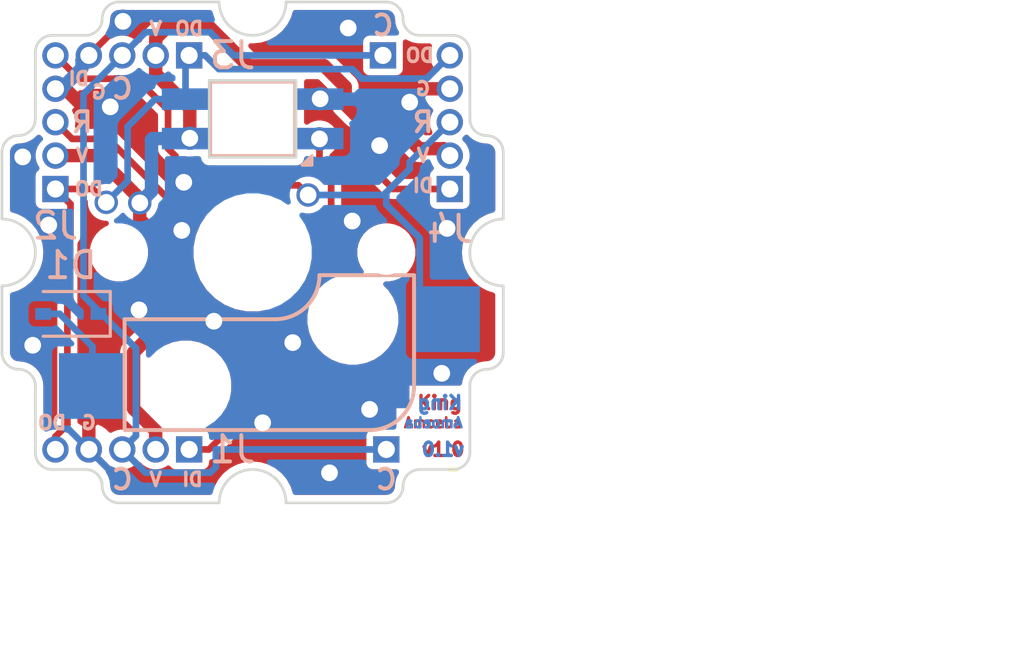
<source format=kicad_pcb>
(kicad_pcb (version 20171130) (host pcbnew 5.1.5)

  (general
    (thickness 1.6)
    (drawings 82)
    (tracks 169)
    (zones 0)
    (modules 9)
    (nets 8)
  )

  (page A3)
  (layers
    (0 F.Cu signal)
    (31 B.Cu signal)
    (32 B.Adhes user hide)
    (33 F.Adhes user hide)
    (34 B.Paste user hide)
    (35 F.Paste user hide)
    (36 B.SilkS user)
    (37 F.SilkS user hide)
    (38 B.Mask user)
    (39 F.Mask user hide)
    (40 Dwgs.User user)
    (41 Cmts.User user hide)
    (42 Eco1.User user hide)
    (43 Eco2.User user)
    (44 Edge.Cuts user)
    (45 Margin user hide)
    (46 B.CrtYd user hide)
    (47 F.CrtYd user hide)
    (48 B.Fab user hide)
    (49 F.Fab user hide)
  )

  (setup
    (last_trace_width 0.508)
    (user_trace_width 0.1524)
    (user_trace_width 0.508)
    (trace_clearance 0.254)
    (zone_clearance 0.254)
    (zone_45_only no)
    (trace_min 0.1524)
    (via_size 0.889)
    (via_drill 0.635)
    (via_min_size 0.889)
    (via_min_drill 0.508)
    (uvia_size 0.508)
    (uvia_drill 0.127)
    (uvias_allowed no)
    (uvia_min_size 0.508)
    (uvia_min_drill 0.127)
    (edge_width 0.1)
    (segment_width 0.1)
    (pcb_text_width 0.3)
    (pcb_text_size 1.5 1.5)
    (mod_edge_width 0.15)
    (mod_text_size 1 1)
    (mod_text_width 0.15)
    (pad_size 1.8 0.82)
    (pad_drill 0)
    (pad_to_mask_clearance 0)
    (aux_axis_origin 0 0)
    (grid_origin 3.175 3.175)
    (visible_elements FFFFFE7F)
    (pcbplotparams
      (layerselection 0x01010_fffffffe)
      (usegerberextensions true)
      (usegerberattributes false)
      (usegerberadvancedattributes false)
      (creategerberjobfile false)
      (excludeedgelayer true)
      (linewidth 0.150000)
      (plotframeref false)
      (viasonmask false)
      (mode 1)
      (useauxorigin false)
      (hpglpennumber 1)
      (hpglpenspeed 20)
      (hpglpendiameter 15.000000)
      (psnegative false)
      (psa4output false)
      (plotreference true)
      (plotvalue true)
      (plotinvisibletext false)
      (padsonsilk false)
      (subtractmaskfromsilk false)
      (outputformat 4)
      (mirror true)
      (drillshape 2)
      (scaleselection 1)
      (outputdirectory "pdf/"))
  )

  (net 0 "")
  (net 1 /DIN)
  (net 2 /VDD)
  (net 3 /DOUT)
  (net 4 /C)
  (net 5 /GND)
  (net 6 /R)
  (net 7 "Net-(D1-Pad2)")

  (net_class Default "This is the default net class."
    (clearance 0.254)
    (trace_width 0.254)
    (via_dia 0.889)
    (via_drill 0.635)
    (uvia_dia 0.508)
    (uvia_drill 0.127)
    (add_net /C)
    (add_net /DIN)
    (add_net /DOUT)
    (add_net /GND)
    (add_net /R)
    (add_net /VDD)
    (add_net "Net-(D1-Pad2)")
  )

  (module amoeba-modules:Header_1x01_P1.27mm (layer B.Cu) (tedit 5EC29F0A) (tstamp 5EC36C5F)
    (at 80.518 176.149 180)
    (descr "Through hole straight pin header, 1x01, 1.27mm pitch, single row")
    (tags "Through hole pin header THT 1x01 1.27mm single row")
    (path /5EC458E5)
    (fp_text reference J5 (at 1.397 0) (layer B.SilkS) hide
      (effects (font (size 1 1) (thickness 0.15)) (justify mirror))
    )
    (fp_text value Conn_01x01_Male (at 0 -1.695) (layer B.Fab)
      (effects (font (size 1 1) (thickness 0.15)) (justify mirror))
    )
    (fp_text user %R (at -2.2 -0.05 270) (layer B.Fab)
      (effects (font (size 1 1) (thickness 0.15)) (justify mirror))
    )
    (pad 1 thru_hole rect (at 0 0 180) (size 1 1) (drill 0.65) (layers *.Cu *.Mask)
      (net 4 /C))
  )

  (module amoeba-modules:Header_1x01_P1.27mm (layer B.Cu) (tedit 5EC29F0A) (tstamp 5EC37050)
    (at 80.391 161.163 180)
    (descr "Through hole straight pin header, 1x01, 1.27mm pitch, single row")
    (tags "Through hole pin header THT 1x01 1.27mm single row")
    (path /5EC464E7)
    (fp_text reference J6 (at 1.524 0) (layer B.SilkS) hide
      (effects (font (size 1 1) (thickness 0.15)) (justify mirror))
    )
    (fp_text value Conn_01x01_Male (at 0 -1.695) (layer B.Fab)
      (effects (font (size 1 1) (thickness 0.15)) (justify mirror))
    )
    (fp_text user %R (at -2.2 -0.05 270) (layer B.Fab)
      (effects (font (size 1 1) (thickness 0.15)) (justify mirror))
    )
    (pad 1 thru_hole rect (at 0 0 180) (size 1 1) (drill 0.65) (layers *.Cu *.Mask)
      (net 4 /C))
  )

  (module amoeba-modules:Header_1x04_P1.27mm (layer B.Cu) (tedit 5EC29F1C) (tstamp 5EC2B585)
    (at 73.025 161.163 90)
    (descr "Through hole straight pin header, 1x04, 1.27mm pitch, single row")
    (tags "Through hole pin header THT 1x04 1.27mm single row")
    (path /5EC2A986)
    (fp_text reference J3 (at 0 1.651) (layer B.SilkS)
      (effects (font (size 1 1) (thickness 0.15)) (justify mirror))
    )
    (fp_text value Conn_01x04_Male (at 0 -5.505 270) (layer B.Fab)
      (effects (font (size 1 1) (thickness 0.15)) (justify mirror))
    )
    (fp_text user %R (at 0 -1.905) (layer B.Fab)
      (effects (font (size 1 1) (thickness 0.15)) (justify mirror))
    )
    (pad 4 thru_hole oval (at 0 -3.81 90) (size 1 1) (drill 0.65) (layers *.Cu *.Mask)
      (net 5 /GND))
    (pad 3 thru_hole oval (at 0 -2.54 90) (size 1 1) (drill 0.65) (layers *.Cu *.Mask)
      (net 4 /C))
    (pad 2 thru_hole oval (at 0 -1.27 90) (size 1 1) (drill 0.65) (layers *.Cu *.Mask)
      (net 2 /VDD))
    (pad 1 thru_hole rect (at 0 0 90) (size 1 1) (drill 0.65) (layers *.Cu *.Mask)
      (net 3 /DOUT))
  )

  (module amoeba-modules:Header_1x05_P1.27mm (layer B.Cu) (tedit 5EC29F2A) (tstamp 5EC22EA2)
    (at 82.931 166.243)
    (descr "Through hole straight pin header, 1x05, 1.27mm pitch, single row")
    (tags "Through hole pin header THT 1x05 1.27mm single row")
    (path /5ED02613)
    (fp_text reference J4 (at 0 1.524) (layer B.SilkS)
      (effects (font (size 1 1) (thickness 0.15)) (justify mirror))
    )
    (fp_text value Conn_01x05_Male (at 0 -6.775) (layer B.Fab)
      (effects (font (size 1 1) (thickness 0.15)) (justify mirror))
    )
    (fp_text user %R (at 0 -2.54 270) (layer B.Fab)
      (effects (font (size 1 1) (thickness 0.15)) (justify mirror))
    )
    (pad 5 thru_hole oval (at 0 -5.08) (size 1 1) (drill 0.65) (layers *.Cu *.Mask)
      (net 3 /DOUT))
    (pad 4 thru_hole oval (at 0 -3.81) (size 1 1) (drill 0.65) (layers *.Cu *.Mask)
      (net 5 /GND))
    (pad 3 thru_hole oval (at 0 -2.54) (size 1 1) (drill 0.65) (layers *.Cu *.Mask)
      (net 6 /R))
    (pad 2 thru_hole oval (at 0 -1.27) (size 1 1) (drill 0.65) (layers *.Cu *.Mask)
      (net 2 /VDD))
    (pad 1 thru_hole rect (at 0 0) (size 1 1) (drill 0.65) (layers *.Cu *.Mask)
      (net 1 /DIN))
  )

  (module amoeba-modules:Header_1x05_P1.27mm (layer B.Cu) (tedit 5EC29F2A) (tstamp 5EC378FE)
    (at 67.945 166.243)
    (descr "Through hole straight pin header, 1x05, 1.27mm pitch, single row")
    (tags "Through hole pin header THT 1x05 1.27mm single row")
    (path /5ED00D97)
    (fp_text reference J2 (at 0 1.397) (layer B.SilkS)
      (effects (font (size 1 1) (thickness 0.15)) (justify mirror))
    )
    (fp_text value Conn_01x05_Male (at 0 -6.775) (layer B.Fab)
      (effects (font (size 1 1) (thickness 0.15)) (justify mirror))
    )
    (fp_text user %R (at 0 -2.54 270) (layer B.Fab)
      (effects (font (size 1 1) (thickness 0.15)) (justify mirror))
    )
    (pad 5 thru_hole oval (at 0 -5.08) (size 1 1) (drill 0.65) (layers *.Cu *.Mask)
      (net 1 /DIN))
    (pad 4 thru_hole oval (at 0 -3.81) (size 1 1) (drill 0.65) (layers *.Cu *.Mask)
      (net 5 /GND))
    (pad 3 thru_hole oval (at 0 -2.54) (size 1 1) (drill 0.65) (layers *.Cu *.Mask)
      (net 6 /R))
    (pad 2 thru_hole oval (at 0 -1.27) (size 1 1) (drill 0.65) (layers *.Cu *.Mask)
      (net 2 /VDD))
    (pad 1 thru_hole rect (at 0 0) (size 1 1) (drill 0.65) (layers *.Cu *.Mask)
      (net 3 /DOUT))
  )

  (module amoeba-modules:Header_1x05_P1.27mm (layer B.Cu) (tedit 5EC29F2A) (tstamp 5EC22E51)
    (at 73.025 176.149 90)
    (descr "Through hole straight pin header, 1x05, 1.27mm pitch, single row")
    (tags "Through hole pin header THT 1x05 1.27mm single row")
    (path /5ED03164)
    (fp_text reference J1 (at 0 1.651) (layer B.SilkS)
      (effects (font (size 1 1) (thickness 0.15)) (justify mirror))
    )
    (fp_text value Conn_01x05_Male (at 0 -6.775 270) (layer B.Fab)
      (effects (font (size 1 1) (thickness 0.15)) (justify mirror))
    )
    (fp_text user %R (at 0 -2.54) (layer B.Fab)
      (effects (font (size 1 1) (thickness 0.15)) (justify mirror))
    )
    (pad 5 thru_hole oval (at 0 -5.08 90) (size 1 1) (drill 0.65) (layers *.Cu *.Mask)
      (net 3 /DOUT))
    (pad 4 thru_hole oval (at 0 -3.81 90) (size 1 1) (drill 0.65) (layers *.Cu *.Mask)
      (net 5 /GND))
    (pad 3 thru_hole oval (at 0 -2.54 90) (size 1 1) (drill 0.65) (layers *.Cu *.Mask)
      (net 4 /C))
    (pad 2 thru_hole oval (at 0 -1.27 90) (size 1 1) (drill 0.65) (layers *.Cu *.Mask)
      (net 2 /VDD))
    (pad 1 thru_hole rect (at 0 0 90) (size 1 1) (drill 0.65) (layers *.Cu *.Mask)
      (net 1 /DIN))
  )

  (module Diode_SMD:D_SOD-323 (layer B.Cu) (tedit 58641739) (tstamp 5EC361E8)
    (at 68.5292 170.9928 180)
    (descr SOD-323)
    (tags SOD-323)
    (path /55D92FDB/55DBAE5B/5EC43574)
    (attr smd)
    (fp_text reference D1 (at 0 1.85) (layer B.SilkS)
      (effects (font (size 1 1) (thickness 0.15)) (justify mirror))
    )
    (fp_text value 1N4148W-7-F (at 0.1 -1.9) (layer B.Fab)
      (effects (font (size 1 1) (thickness 0.15)) (justify mirror))
    )
    (fp_line (start -1.5 0.85) (end 1.05 0.85) (layer B.SilkS) (width 0.12))
    (fp_line (start -1.5 -0.85) (end 1.05 -0.85) (layer B.SilkS) (width 0.12))
    (fp_line (start -1.6 0.95) (end -1.6 -0.95) (layer B.CrtYd) (width 0.05))
    (fp_line (start -1.6 -0.95) (end 1.6 -0.95) (layer B.CrtYd) (width 0.05))
    (fp_line (start 1.6 0.95) (end 1.6 -0.95) (layer B.CrtYd) (width 0.05))
    (fp_line (start -1.6 0.95) (end 1.6 0.95) (layer B.CrtYd) (width 0.05))
    (fp_line (start -0.9 0.7) (end 0.9 0.7) (layer B.Fab) (width 0.1))
    (fp_line (start 0.9 0.7) (end 0.9 -0.7) (layer B.Fab) (width 0.1))
    (fp_line (start 0.9 -0.7) (end -0.9 -0.7) (layer B.Fab) (width 0.1))
    (fp_line (start -0.9 -0.7) (end -0.9 0.7) (layer B.Fab) (width 0.1))
    (fp_line (start -0.3 0.35) (end -0.3 -0.35) (layer B.Fab) (width 0.1))
    (fp_line (start -0.3 0) (end -0.5 0) (layer B.Fab) (width 0.1))
    (fp_line (start -0.3 0) (end 0.2 0.35) (layer B.Fab) (width 0.1))
    (fp_line (start 0.2 0.35) (end 0.2 -0.35) (layer B.Fab) (width 0.1))
    (fp_line (start 0.2 -0.35) (end -0.3 0) (layer B.Fab) (width 0.1))
    (fp_line (start 0.2 0) (end 0.45 0) (layer B.Fab) (width 0.1))
    (fp_line (start -1.5 0.85) (end -1.5 -0.85) (layer B.SilkS) (width 0.12))
    (fp_text user %R (at 0 1.85) (layer B.Fab)
      (effects (font (size 1 1) (thickness 0.15)) (justify mirror))
    )
    (pad 2 smd rect (at 1.05 0 180) (size 0.6 0.45) (layers B.Cu B.Paste B.Mask)
      (net 7 "Net-(D1-Pad2)"))
    (pad 1 smd rect (at -1.05 0 180) (size 0.6 0.45) (layers B.Cu B.Paste B.Mask)
      (net 4 /C))
    (model ${KISYS3DMOD}/Diode_SMD.3dshapes/D_SOD-323.wrl
      (at (xyz 0 0 0))
      (scale (xyz 1 1 1))
      (rotate (xyz 0 0 0))
    )
  )

  (module amoeba-modules:Kailh_MX_Socket (layer B.Cu) (tedit 5AA94F75) (tstamp 5EC37081)
    (at 75.438 168.656)
    (path /55D92FDB/55DBAE5B/55DBAE7F)
    (fp_text reference S1 (at 0 -9) (layer B.SilkS) hide
      (effects (font (size 1.524 1.524) (thickness 0.3048)) (justify mirror))
    )
    (fp_text value MX1A (at 0 -7) (layer F.SilkS) hide
      (effects (font (size 1.524 1.524) (thickness 0.3048)))
    )
    (fp_line (start -7.62 -5.62) (end -7.62 -7.62) (layer Dwgs.User) (width 0.381))
    (fp_line (start 5.62 7.62) (end 7.62 7.62) (layer Dwgs.User) (width 0.381))
    (fp_line (start 7.62 -5.62) (end 7.62 -7.62) (layer Dwgs.User) (width 0.381))
    (fp_line (start 5.62 -7.62) (end 7.62 -7.62) (layer Dwgs.User) (width 0.381))
    (fp_line (start 0.865 2.54) (end -4.865 2.54) (layer B.SilkS) (width 0.15))
    (fp_arc (start 0.865 0.865) (end 0.865 2.54) (angle -90) (layer B.SilkS) (width 0.15))
    (fp_arc (start 4.46 5.08) (end 4.46 6.755) (angle -90) (layer B.SilkS) (width 0.15))
    (fp_line (start 4.46 6.755) (end -4.865 6.755) (layer B.SilkS) (width 0.15))
    (fp_line (start -4.865 6.75) (end -4.865 2.54) (layer B.SilkS) (width 0.15))
    (fp_line (start 6.135 5.08) (end 6.135 0.865) (layer B.SilkS) (width 0.15))
    (fp_line (start 6.135 0.865) (end 2.54 0.865) (layer B.SilkS) (width 0.15))
    (fp_line (start -7.62 7.62) (end -5.62 7.62) (layer Dwgs.User) (width 0.381))
    (fp_line (start 7.62 7.62) (end 7.62 5.62) (layer Dwgs.User) (width 0.381))
    (fp_line (start -7.62 -7.62) (end -5.62 -7.62) (layer Dwgs.User) (width 0.381))
    (fp_line (start -7.62 5.62) (end -7.62 7.62) (layer Dwgs.User) (width 0.381))
    (pad 1 smd rect (at 7.36 2.54) (size 2.55 2.5) (layers B.Cu B.Paste B.Mask)
      (net 6 /R))
    (pad "" np_thru_hole circle (at 0 0) (size 3.98018 3.98018) (drill 3.98018) (layers *.Cu *.Mask))
    (pad "" np_thru_hole circle (at -2.54 5.08) (size 2.95 2.95) (drill 2.95) (layers *.Cu *.Mask))
    (pad "" np_thru_hole circle (at 3.81 2.54) (size 2.95 2.95) (drill 2.95) (layers *.Cu *.Mask))
    (pad 2 smd rect (at -6.09 5.08) (size 2.55 2.5) (layers B.Cu B.Paste B.Mask)
      (net 7 "Net-(D1-Pad2)"))
    (pad "" np_thru_hole circle (at -5.08 0) (size 1.7 1.7) (drill 1.7) (layers *.Cu *.Mask))
    (pad "" np_thru_hole circle (at 5.08 0) (size 1.7 1.7) (drill 1.7) (layers *.Cu *.Mask))
    (model /Users/cole/git/keyboard_parts.pretty/PG151101S11.step
      (offset (xyz -4.65 6.8 1.8))
      (scale (xyz 1 1 1))
      (rotate (xyz 180 0 0))
    )
  )

  (module amoeba-modules:LED_SK6812MINI_E_PLCC4_3.2x2.8mm_Shine_Through (layer B.Cu) (tedit 5EC2708C) (tstamp 5EC26C98)
    (at 75.438 163.576 180)
    (path /55D92FDB/55DBAE59/5EC279EC)
    (fp_text reference LED1 (at -0.7 2.2) (layer B.SilkS) hide
      (effects (font (size 1 1) (thickness 0.15)) (justify mirror))
    )
    (fp_text value SK6812MINI_E (at 0 -2.5) (layer B.Fab)
      (effects (font (size 1 1) (thickness 0.15)) (justify mirror))
    )
    (fp_line (start -1.6 1.4) (end 1.6 1.4) (layer B.SilkS) (width 0.12))
    (fp_line (start 1.6 1.4) (end 1.6 -1.4) (layer B.SilkS) (width 0.12))
    (fp_line (start 1.6 -1.4) (end -1.6 -1.4) (layer B.SilkS) (width 0.12))
    (fp_line (start -1.6 -1.4) (end -1.6 1.4) (layer B.SilkS) (width 0.12))
    (pad 2 smd rect (at 2.55 0.75 180) (size 1.8 0.82) (layers B.Cu B.Paste B.Mask)
      (net 3 /DOUT))
    (pad 1 smd rect (at 2.55 -0.75 180) (size 1.8 0.82) (layers B.Cu B.Paste B.Mask)
      (net 2 /VDD))
    (pad 4 smd rect (at -2.55 -0.75 180) (size 1.8 0.82) (layers B.Cu B.Paste B.Mask)
      (net 1 /DIN))
    (pad 3 smd rect (at -2.55 0.75 180) (size 1.8 0.82) (layers B.Cu B.Paste B.Mask)
      (net 5 /GND))
  )

  (gr_text DI (at 68.834 162.052) (layer B.SilkS)
    (effects (font (size 0.508 0.508) (thickness 0.127)) (justify mirror))
  )
  (gr_text C (at 80.391 160.02) (layer B.SilkS)
    (effects (font (size 0.762 0.762) (thickness 0.15)) (justify mirror))
  )
  (gr_text C (at 80.518 177.292) (layer B.SilkS)
    (effects (font (size 0.762 0.762) (thickness 0.15)) (justify mirror))
  )
  (gr_text DO (at 67.818 175.133) (layer B.SilkS)
    (effects (font (size 0.508 0.508) (thickness 0.127)) (justify mirror))
  )
  (gr_text G (at 69.215 175.133) (layer B.SilkS)
    (effects (font (size 0.508 0.508) (thickness 0.127)) (justify mirror))
  )
  (gr_text C (at 70.485 177.292) (layer B.SilkS)
    (effects (font (size 0.762 0.762) (thickness 0.15)) (justify mirror))
  )
  (gr_text V (at 71.755 177.292) (layer B.SilkS)
    (effects (font (size 0.508 0.508) (thickness 0.127)) (justify mirror))
  )
  (gr_text DI (at 73.152 177.292) (layer B.SilkS)
    (effects (font (size 0.508 0.508) (thickness 0.127)) (justify mirror))
  )
  (gr_text DO (at 73.025 160.147) (layer B.SilkS)
    (effects (font (size 0.508 0.508) (thickness 0.127)) (justify mirror))
  )
  (gr_text V (at 71.755 160.147) (layer B.SilkS)
    (effects (font (size 0.508 0.508) (thickness 0.127)) (justify mirror))
  )
  (gr_text C (at 70.485 162.433) (layer B.SilkS)
    (effects (font (size 0.762 0.762) (thickness 0.15)) (justify mirror))
  )
  (gr_text G (at 69.596 162.56) (layer B.SilkS)
    (effects (font (size 0.508 0.508) (thickness 0.127)) (justify mirror))
  )
  (gr_text R (at 68.961 163.703) (layer B.SilkS)
    (effects (font (size 0.762 0.762) (thickness 0.15)) (justify mirror))
  )
  (gr_text V (at 68.961 164.973) (layer B.SilkS)
    (effects (font (size 0.508 0.508) (thickness 0.127)) (justify mirror))
  )
  (gr_text DO (at 69.215 166.243) (layer B.SilkS)
    (effects (font (size 0.508 0.508) (thickness 0.127)) (justify mirror))
  )
  (gr_text DO (at 81.788 161.163) (layer B.SilkS)
    (effects (font (size 0.508 0.508) (thickness 0.127)) (justify mirror))
  )
  (gr_text G (at 81.915 162.433) (layer B.SilkS)
    (effects (font (size 0.508 0.508) (thickness 0.127)) (justify mirror))
  )
  (gr_text R (at 81.915 163.703) (layer B.SilkS)
    (effects (font (size 0.762 0.762) (thickness 0.15)) (justify mirror))
  )
  (gr_text V (at 81.915 164.973) (layer B.SilkS)
    (effects (font (size 0.508 0.508) (thickness 0.127)) (justify mirror))
  )
  (gr_text "DI\n" (at 81.915 166.116) (layer B.SilkS)
    (effects (font (size 0.508 0.508) (thickness 0.127)) (justify mirror))
  )
  (gr_text Amoeba (at 82.296 175.133) (layer F.Cu) (tstamp 5EC3755E)
    (effects (font (size 0.381 0.381) (thickness 0.09525)))
  )
  (gr_text Amoeba (at 81.153 175.133) (layer B.Cu)
    (effects (font (size 0.381 0.381) (thickness 0.09525)) (justify right mirror))
  )
  (gr_text v1.0 (at 82.677 176.149) (layer B.Cu)
    (effects (font (size 0.508 0.508) (thickness 0.127)) (justify mirror))
  )
  (gr_text v1.0 (at 82.677 176.149) (layer F.Cu)
    (effects (font (size 0.508 0.508) (thickness 0.127)))
  )
  (gr_line (start 77.089 162.1155) (end 77.089 162.2425) (layer Edge.Cuts) (width 0.1) (tstamp 5EC26CE8))
  (gr_line (start 76.962 162.1155) (end 77.089 162.1155) (layer Edge.Cuts) (width 0.1))
  (gr_line (start 73.787 162.1155) (end 73.787 162.2425) (layer Edge.Cuts) (width 0.1) (tstamp 5EC26CE2))
  (gr_line (start 73.914 162.1155) (end 73.787 162.1155) (layer Edge.Cuts) (width 0.1))
  (gr_line (start 76.962 162.1155) (end 73.914 162.1155) (layer Edge.Cuts) (width 0.1) (tstamp 5EC21846))
  (gr_line (start 77.089 165.03904) (end 77.089 162.2425) (layer Edge.Cuts) (width 0.1) (tstamp 5EC21845))
  (gr_line (start 73.78954 165.0365) (end 77.089 165.03904) (layer Edge.Cuts) (width 0.1) (tstamp 5EC21844))
  (gr_line (start 73.787 162.2425) (end 73.78954 165.0365) (layer Edge.Cuts) (width 0.1) (tstamp 5EC21843))
  (gr_line (start 83.058 176.911) (end 81.788 176.911) (layer Edge.Cuts) (width 0.1) (tstamp 5EC1A1D6))
  (gr_text King (at 82.55 174.371) (layer F.Cu)
    (effects (font (size 0.508 0.508) (thickness 0.127)))
  )
  (gr_text King (at 82.55 174.371) (layer B.Cu)
    (effects (font (size 0.508 0.508) (thickness 0.127)) (justify mirror))
  )
  (gr_line (start 83.185 176.911) (end 82.931 176.911) (layer F.SilkS) (width 0.15))
  (gr_line (start 82.931 176.911) (end 83.185 176.911) (layer F.SilkS) (width 0.15))
  (dimension 16.002 (width 0.15) (layer Cmts.User)
    (gr_text "16,002 mm" (at 57.0692 168.529 90) (layer Cmts.User)
      (effects (font (size 1 1) (thickness 0.15)))
    )
    (feature1 (pts (xy 66.493 160.528) (xy 57.782779 160.528)))
    (feature2 (pts (xy 66.493 176.53) (xy 57.782779 176.53)))
    (crossbar (pts (xy 58.3692 176.53) (xy 58.3692 160.528)))
    (arrow1a (pts (xy 58.3692 160.528) (xy 58.955621 161.654504)))
    (arrow1b (pts (xy 58.3692 160.528) (xy 57.782779 161.654504)))
    (arrow2a (pts (xy 58.3692 176.53) (xy 58.955621 175.403496)))
    (arrow2b (pts (xy 58.3692 176.53) (xy 57.782779 175.403496)))
  )
  (dimension 18.818 (width 0.15) (layer Cmts.User) (tstamp 5EC370B5)
    (gr_text "18.818 mm" (at 79.9194 154.6052) (layer Cmts.User) (tstamp 5EC37302)
      (effects (font (size 1 1) (thickness 0.15)))
    )
    (feature1 (pts (xy 70.5104 169.4307) (xy 70.5104 155.318779)))
    (feature2 (pts (xy 89.3284 169.4307) (xy 89.3284 155.318779)))
    (crossbar (pts (xy 89.3284 155.9052) (xy 70.5104 155.9052)))
    (arrow1a (pts (xy 70.5104 155.9052) (xy 71.636904 155.318779)))
    (arrow1b (pts (xy 70.5104 155.9052) (xy 71.636904 156.491621)))
    (arrow2a (pts (xy 89.3284 155.9052) (xy 88.201896 155.318779)))
    (arrow2b (pts (xy 89.3284 155.9052) (xy 88.201896 156.491621)))
  )
  (gr_arc (start 84.963 168.656) (end 84.963 167.386) (angle -180) (layer Edge.Cuts) (width 0.1))
  (gr_line (start 84.963 169.926) (end 84.963 172.466) (layer Edge.Cuts) (width 0.1) (tstamp 5EC23531))
  (gr_line (start 65.913 169.926) (end 65.913 172.466) (layer Edge.Cuts) (width 0.1) (tstamp 5EC23530))
  (gr_line (start 70.358 159.131) (end 74.168 159.131) (layer Edge.Cuts) (width 0.1) (tstamp 5EC2352F))
  (gr_arc (start 75.438 159.131) (end 74.168 159.131) (angle -180) (layer Edge.Cuts) (width 0.1))
  (gr_arc (start 65.913 168.656) (end 65.913 169.926) (angle -180) (layer Edge.Cuts) (width 0.1))
  (gr_line (start 70.358 178.181) (end 74.168 178.181) (layer Edge.Cuts) (width 0.1) (tstamp 5EC23524))
  (gr_arc (start 75.438 178.181) (end 76.708 178.181) (angle -180) (layer Edge.Cuts) (width 0.1))
  (dimension 19.05 (width 0.15) (layer Dwgs.User)
    (gr_text "0,7500 in" (at 103.408 168.656 90) (layer Dwgs.User)
      (effects (font (size 1 1) (thickness 0.15)))
    )
    (feature1 (pts (xy 83.058 159.131) (xy 102.694421 159.131)))
    (feature2 (pts (xy 83.058 178.181) (xy 102.694421 178.181)))
    (crossbar (pts (xy 102.108 178.181) (xy 102.108 159.131)))
    (arrow1a (pts (xy 102.108 159.131) (xy 102.694421 160.257504)))
    (arrow1b (pts (xy 102.108 159.131) (xy 101.521579 160.257504)))
    (arrow2a (pts (xy 102.108 178.181) (xy 102.694421 177.054496)))
    (arrow2b (pts (xy 102.108 178.181) (xy 101.521579 177.054496)))
  )
  (dimension 19.05 (width 0.15) (layer Dwgs.User) (tstamp 5EC38F72)
    (gr_text "0,7500 in" (at 75.438 184.561) (layer Dwgs.User) (tstamp 5EC38F73)
      (effects (font (size 1 1) (thickness 0.15)))
    )
    (feature1 (pts (xy 84.963 172.466) (xy 84.963 183.847421)))
    (feature2 (pts (xy 65.913 172.466) (xy 65.913 183.847421)))
    (crossbar (pts (xy 65.913 183.261) (xy 84.963 183.261)))
    (arrow1a (pts (xy 84.963 183.261) (xy 83.836496 183.847421)))
    (arrow1b (pts (xy 84.963 183.261) (xy 83.836496 182.674579)))
    (arrow2a (pts (xy 65.913 183.261) (xy 67.039504 183.847421)))
    (arrow2b (pts (xy 65.913 183.261) (xy 67.039504 182.674579)))
  )
  (gr_line (start 83.693 176.276) (end 83.693 173.736) (layer Edge.Cuts) (width 0.1) (tstamp 5EC234E3))
  (gr_arc (start 80.518 177.546) (end 80.518 178.181) (angle -90) (layer Edge.Cuts) (width 0.1))
  (gr_arc (start 81.788 177.546) (end 81.788 176.911) (angle -90) (layer Edge.Cuts) (width 0.1))
  (gr_arc (start 83.058 176.276) (end 83.058 176.911) (angle -90) (layer Edge.Cuts) (width 0.1))
  (gr_arc (start 84.328 172.466) (end 84.328 173.101) (angle -90) (layer Edge.Cuts) (width 0.1))
  (gr_arc (start 84.328 173.736) (end 84.328 173.101) (angle -90) (layer Edge.Cuts) (width 0.1))
  (gr_line (start 67.818 176.911) (end 69.088 176.911) (layer Edge.Cuts) (width 0.1) (tstamp 5EC234DD))
  (gr_line (start 67.183 173.736) (end 67.183 176.276) (layer Edge.Cuts) (width 0.1) (tstamp 5EC234DC))
  (gr_arc (start 70.358 177.546) (end 69.723 177.546) (angle -90) (layer Edge.Cuts) (width 0.1))
  (gr_arc (start 69.088 177.546) (end 69.723 177.546) (angle -90) (layer Edge.Cuts) (width 0.1))
  (gr_arc (start 67.818 176.276) (end 67.183 176.276) (angle -90) (layer Edge.Cuts) (width 0.1))
  (gr_arc (start 66.548 173.736) (end 67.183 173.736) (angle -90) (layer Edge.Cuts) (width 0.1))
  (gr_arc (start 66.548 172.466) (end 65.913 172.466) (angle -90) (layer Edge.Cuts) (width 0.1))
  (gr_line (start 67.183 161.036) (end 67.183 163.576) (layer Edge.Cuts) (width 0.1) (tstamp 5EC234BA))
  (gr_line (start 67.818 160.401) (end 69.088 160.401) (layer Edge.Cuts) (width 0.1) (tstamp 5EC234B9))
  (gr_arc (start 66.548 164.846) (end 66.548 164.211) (angle -90) (layer Edge.Cuts) (width 0.1))
  (gr_arc (start 66.548 163.576) (end 66.548 164.211) (angle -90) (layer Edge.Cuts) (width 0.1))
  (gr_arc (start 67.818 161.036) (end 67.818 160.401) (angle -90) (layer Edge.Cuts) (width 0.1))
  (gr_arc (start 70.358 159.766) (end 70.358 159.131) (angle -90) (layer Edge.Cuts) (width 0.1))
  (gr_arc (start 69.088 159.766) (end 69.088 160.401) (angle -90) (layer Edge.Cuts) (width 0.1))
  (gr_line (start 83.693 161.036) (end 83.693 163.576) (layer Edge.Cuts) (width 0.1) (tstamp 5EC234AD))
  (gr_line (start 81.788 160.401) (end 83.058 160.401) (layer Edge.Cuts) (width 0.1) (tstamp 5EC234AC))
  (gr_arc (start 80.518 159.766) (end 81.153 159.766) (angle -90) (layer Edge.Cuts) (width 0.1))
  (gr_arc (start 81.788 159.766) (end 81.153 159.766) (angle -90) (layer Edge.Cuts) (width 0.1))
  (gr_arc (start 83.058 161.036) (end 83.693 161.036) (angle -90) (layer Edge.Cuts) (width 0.1))
  (gr_arc (start 84.328 163.576) (end 83.693 163.576) (angle -90) (layer Edge.Cuts) (width 0.1))
  (gr_arc (start 84.328 164.846) (end 84.963 164.846) (angle -90) (layer Edge.Cuts) (width 0.1))
  (gr_line (start 80.518 159.131) (end 76.708 159.131) (layer Edge.Cuts) (width 0.1))
  (gr_line (start 76.708 178.181) (end 80.518 178.181) (layer Edge.Cuts) (width 0.1))
  (gr_line (start 65.913 167.386) (end 65.913 164.846) (layer Edge.Cuts) (width 0.1))
  (gr_line (start 84.963 167.386) (end 84.963 164.846) (layer Edge.Cuts) (width 0.1))
  (gr_poly (pts (xy 77.31506 165.34003) (xy 77.69606 164.95903) (xy 77.69606 165.34003)) (layer F.SilkS) (width 0.1) (tstamp 5EC266DC))
  (gr_poly (pts (xy 77.69606 164.95903) (xy 77.31506 165.34003) (xy 77.69606 165.34003)) (layer B.SilkS) (width 0.1) (tstamp 5EC266D9))

  (via (at 77.978 164.338) (size 0.889) (drill 0.635) (layers F.Cu B.Cu) (net 1))
  (segment (start 77.978 169.625216) (end 74.758097 172.845119) (width 0.254) (layer F.Cu) (net 1))
  (segment (start 73.779 176.149) (end 73.025 176.149) (width 0.254) (layer F.Cu) (net 1))
  (segment (start 74.758097 172.845119) (end 74.754001 172.845119) (width 0.254) (layer F.Cu) (net 1))
  (segment (start 74.754001 172.845119) (end 74.754001 175.173999) (width 0.254) (layer F.Cu) (net 1))
  (segment (start 74.754001 175.173999) (end 73.779 176.149) (width 0.254) (layer F.Cu) (net 1))
  (segment (start 77.978 169.625216) (end 77.978 167.591742) (width 0.254) (layer F.Cu) (net 1))
  (segment (start 77.978 167.591742) (end 78.422501 167.147241) (width 0.254) (layer F.Cu) (net 1))
  (segment (start 78.422501 167.147241) (end 78.422501 165.550882) (width 0.254) (layer F.Cu) (net 1))
  (segment (start 77.978 164.338) (end 77.978 164.966617) (width 0.254) (layer F.Cu) (net 1))
  (segment (start 77.978 164.992017) (end 77.978 165.481) (width 0.254) (layer F.Cu) (net 1))
  (segment (start 73.624308 165.481) (end 73.355888 165.21258) (width 0.254) (layer F.Cu) (net 1))
  (segment (start 73.355888 165.21258) (end 73.355888 165.175512) (width 0.254) (layer F.Cu) (net 1))
  (segment (start 73.355888 165.175512) (end 73.318477 165.138101) (width 0.254) (layer F.Cu) (net 1))
  (segment (start 72.224899 164.708841) (end 72.224899 163.238043) (width 0.254) (layer F.Cu) (net 1))
  (segment (start 70.190741 162.044001) (end 70.182742 162.052) (width 0.254) (layer F.Cu) (net 1))
  (segment (start 80.01 165.481) (end 73.624308 165.481) (width 0.254) (layer F.Cu) (net 1))
  (segment (start 72.504301 164.988243) (end 72.224899 164.708841) (width 0.254) (layer F.Cu) (net 1))
  (segment (start 70.182742 162.052) (end 68.834 162.052) (width 0.254) (layer F.Cu) (net 1))
  (segment (start 68.834 162.052) (end 67.945 161.163) (width 0.254) (layer F.Cu) (net 1))
  (segment (start 72.224899 163.238043) (end 71.030857 162.044001) (width 0.254) (layer F.Cu) (net 1))
  (segment (start 71.030857 162.044001) (end 70.190741 162.044001) (width 0.254) (layer F.Cu) (net 1))
  (segment (start 80.772 166.243) (end 80.01 165.481) (width 0.254) (layer F.Cu) (net 1))
  (segment (start 82.931 166.243) (end 80.772 166.243) (width 0.254) (layer F.Cu) (net 1))
  (segment (start 73.318477 165.138101) (end 72.504301 165.138101) (width 0.254) (layer F.Cu) (net 1))
  (segment (start 72.504301 165.138101) (end 72.504301 164.988243) (width 0.254) (layer F.Cu) (net 1))
  (segment (start 71.755 161.870106) (end 71.755 161.163) (width 0.508) (layer F.Cu) (net 2))
  (segment (start 73.0504 163.165506) (end 71.755 161.870106) (width 0.508) (layer F.Cu) (net 2))
  (segment (start 73.0504 164.3126) (end 73.0504 163.165506) (width 0.508) (layer F.Cu) (net 2))
  (via (at 73.0504 164.3126) (size 0.889) (drill 0.635) (layers F.Cu B.Cu) (net 2))
  (segment (start 71.755 176.149) (end 71.755 175.441894) (width 0.508) (layer F.Cu) (net 2))
  (segment (start 70.914999 174.601893) (end 70.914999 172.455103) (width 0.508) (layer F.Cu) (net 2))
  (segment (start 71.755 175.441894) (end 70.914999 174.601893) (width 0.508) (layer F.Cu) (net 2))
  (segment (start 67.945 164.973) (end 69.507102 164.973) (width 0.508) (layer F.Cu) (net 2))
  (segment (start 71.149919 166.615817) (end 71.149919 166.771881) (width 0.508) (layer F.Cu) (net 2))
  (segment (start 69.507102 164.973) (end 71.149919 166.615817) (width 0.508) (layer F.Cu) (net 2))
  (segment (start 71.149919 167.400498) (end 71.149919 166.771881) (width 0.508) (layer F.Cu) (net 2))
  (segment (start 71.716001 167.96658) (end 71.149919 167.400498) (width 0.508) (layer F.Cu) (net 2))
  (segment (start 72.072501 170.370501) (end 71.716001 170.014001) (width 0.508) (layer F.Cu) (net 2))
  (segment (start 71.716001 170.014001) (end 71.716001 167.96658) (width 0.508) (layer F.Cu) (net 2))
  (segment (start 72.072501 171.297601) (end 72.072501 170.370501) (width 0.508) (layer F.Cu) (net 2))
  (segment (start 70.914999 172.455103) (end 72.072501 171.297601) (width 0.508) (layer F.Cu) (net 2))
  (via (at 71.149919 166.771881) (size 0.889) (drill 0.635) (layers F.Cu B.Cu) (net 2))
  (segment (start 71.149919 166.771881) (end 71.594418 166.327382) (width 0.508) (layer B.Cu) (net 2))
  (segment (start 72.888 164.326) (end 72.888 164.326) (width 0.508) (layer B.Cu) (net 2) (tstamp 5EC30DFB))
  (segment (start 71.594418 164.371582) (end 71.64 164.326) (width 0.508) (layer B.Cu) (net 2))
  (segment (start 71.64 164.326) (end 72.888 164.326) (width 0.508) (layer B.Cu) (net 2))
  (segment (start 71.594418 166.327382) (end 71.594418 164.371582) (width 0.508) (layer B.Cu) (net 2))
  (segment (start 82.931 164.9476) (end 82.931 164.973) (width 0.508) (layer F.Cu) (net 2))
  (segment (start 82.694401 164.711001) (end 82.931 164.9476) (width 0.508) (layer F.Cu) (net 2))
  (segment (start 75.267693 161.55749) (end 78.156592 161.55749) (width 0.508) (layer F.Cu) (net 2))
  (segment (start 78.955901 162.356799) (end 78.955901 163.029901) (width 0.508) (layer F.Cu) (net 2))
  (segment (start 73.81645 160.106247) (end 75.267693 161.55749) (width 0.508) (layer F.Cu) (net 2))
  (segment (start 71.755 161.163) (end 71.755 160.518598) (width 0.508) (layer F.Cu) (net 2))
  (segment (start 72.167351 160.106247) (end 73.81645 160.106247) (width 0.508) (layer F.Cu) (net 2))
  (segment (start 71.755 160.518598) (end 72.167351 160.106247) (width 0.508) (layer F.Cu) (net 2))
  (segment (start 80.467197 163.410899) (end 81.767299 164.711001) (width 0.508) (layer F.Cu) (net 2))
  (segment (start 78.156592 161.55749) (end 78.955901 162.356799) (width 0.508) (layer F.Cu) (net 2))
  (segment (start 78.955901 163.029901) (end 79.336899 163.410899) (width 0.508) (layer F.Cu) (net 2))
  (segment (start 79.336899 163.410899) (end 80.467197 163.410899) (width 0.508) (layer F.Cu) (net 2))
  (segment (start 81.767299 164.711001) (end 82.694401 164.711001) (width 0.508) (layer F.Cu) (net 2))
  (segment (start 73.6346 161.163) (end 74.15609 161.68449) (width 0.254) (layer B.Cu) (net 3))
  (segment (start 73.025 161.163) (end 73.6346 161.163) (width 0.254) (layer B.Cu) (net 3))
  (segment (start 72.888 161.3) (end 73.025 161.163) (width 0.254) (layer B.Cu) (net 3))
  (segment (start 72.888 162.7732) (end 72.888 161.3) (width 0.254) (layer B.Cu) (net 3) (tstamp 5EC2ECC7))
  (segment (start 72.888 162.826) (end 72.888 162.7732) (width 0.254) (layer B.Cu) (net 3))
  (segment (start 72.8252 162.7632) (end 72.8252 162.7632) (width 0.254) (layer B.Cu) (net 3))
  (segment (start 72.8252 162.7632) (end 72.888 162.826) (width 0.254) (layer B.Cu) (net 3) (tstamp 5EC2FEDE))
  (segment (start 71.734 162.826) (end 72.888 162.826) (width 0.254) (layer B.Cu) (net 3))
  (segment (start 67.945 176.149) (end 67.945 175.658998) (width 0.254) (layer F.Cu) (net 3))
  (segment (start 67.945 175.658998) (end 68.398499 175.205499) (width 0.254) (layer F.Cu) (net 3))
  (segment (start 68.453 166.751) (end 67.945 166.243) (width 0.254) (layer F.Cu) (net 3))
  (segment (start 68.398499 168.128843) (end 68.516501 168.010841) (width 0.254) (layer F.Cu) (net 3))
  (segment (start 68.398499 175.205499) (end 68.398499 168.128843) (width 0.254) (layer F.Cu) (net 3))
  (segment (start 68.516501 166.814501) (end 67.945 166.243) (width 0.254) (layer F.Cu) (net 3))
  (segment (start 68.516501 168.010841) (end 68.516501 166.814501) (width 0.254) (layer F.Cu) (net 3))
  (segment (start 70.6882 163.8718) (end 71.734 162.826) (width 0.254) (layer B.Cu) (net 3))
  (segment (start 70.6882 165.9382) (end 70.6882 163.8718) (width 0.254) (layer B.Cu) (net 3))
  (segment (start 67.945 166.243) (end 69.3674 166.243) (width 0.254) (layer F.Cu) (net 3))
  (segment (start 69.3674 166.243) (end 69.8754 166.751) (width 0.254) (layer F.Cu) (net 3))
  (segment (start 69.8754 166.751) (end 70.6882 165.9382) (width 0.254) (layer B.Cu) (net 3))
  (via (at 69.8754 166.751) (size 0.889) (drill 0.635) (layers F.Cu B.Cu) (net 3))
  (segment (start 82.049999 162.044001) (end 82.431001 161.662999) (width 0.254) (layer B.Cu) (net 3))
  (segment (start 82.431001 161.662999) (end 82.931 161.163) (width 0.254) (layer B.Cu) (net 3))
  (segment (start 79.586199 162.044001) (end 82.049999 162.044001) (width 0.254) (layer B.Cu) (net 3))
  (segment (start 79.226688 161.68449) (end 79.586199 162.044001) (width 0.254) (layer B.Cu) (net 3))
  (segment (start 74.15609 161.68449) (end 79.226688 161.68449) (width 0.254) (layer B.Cu) (net 3))
  (segment (start 71.004001 175.629999) (end 70.485 176.149) (width 0.254) (layer B.Cu) (net 4))
  (segment (start 71.004001 172.299201) (end 71.004001 175.629999) (width 0.254) (layer B.Cu) (net 4))
  (segment (start 69.0118 170.307) (end 71.004001 172.299201) (width 0.254) (layer B.Cu) (net 4))
  (segment (start 70.485 161.163) (end 69.0118 162.6362) (width 0.254) (layer B.Cu) (net 4))
  (segment (start 69.0118 162.6362) (end 69.0118 170.307) (width 0.254) (layer B.Cu) (net 4))
  (via (at 78.0034 162.814) (size 0.889) (drill 0.635) (layers F.Cu B.Cu) (net 5))
  (via (at 73.9648 171.2722) (size 0.889) (drill 0.635) (layers F.Cu B.Cu) (net 5))
  (via (at 79.2226 167.4622) (size 0.889) (drill 0.635) (layers F.Cu B.Cu) (net 5))
  (via (at 79.0702 160.1216) (size 0.889) (drill 0.635) (layers F.Cu B.Cu) (net 5))
  (via (at 82.8294 167.7416) (size 0.889) (drill 0.635) (layers F.Cu B.Cu) (net 5))
  (via (at 76.962 172.085) (size 0.889) (drill 0.635) (layers F.Cu B.Cu) (net 5) (tstamp 5EC38F77))
  (segment (start 80.518 176.149) (end 74.041 176.149) (width 0.254) (layer B.Cu) (net 4))
  (segment (start 70.984999 176.648999) (end 70.485 176.149) (width 0.254) (layer B.Cu) (net 4))
  (segment (start 71.366001 177.030001) (end 70.984999 176.648999) (width 0.254) (layer B.Cu) (net 4))
  (segment (start 73.829801 177.030001) (end 71.366001 177.030001) (width 0.254) (layer B.Cu) (net 4))
  (segment (start 74.041 176.818802) (end 73.829801 177.030001) (width 0.254) (layer B.Cu) (net 4))
  (segment (start 74.041 176.149) (end 74.041 176.818802) (width 0.254) (layer B.Cu) (net 4))
  (segment (start 70.984999 160.663001) (end 70.485 161.163) (width 0.254) (layer B.Cu) (net 4))
  (segment (start 73.829801 160.281999) (end 71.366001 160.281999) (width 0.254) (layer B.Cu) (net 4))
  (segment (start 74.710802 161.163) (end 73.829801 160.281999) (width 0.254) (layer B.Cu) (net 4))
  (segment (start 71.366001 160.281999) (end 70.984999 160.663001) (width 0.254) (layer B.Cu) (net 4))
  (segment (start 80.391 161.163) (end 74.710802 161.163) (width 0.254) (layer B.Cu) (net 4))
  (via (at 82.6262 173.2534) (size 0.889) (drill 0.635) (layers F.Cu B.Cu) (net 5))
  (via (at 66.7004 165.0238) (size 0.889) (drill 0.635) (layers F.Cu B.Cu) (net 5))
  (via (at 67.0814 172.1866) (size 0.889) (drill 0.635) (layers F.Cu B.Cu) (net 5))
  (segment (start 69.215 176.149) (end 70.1802 177.1142) (width 0.254) (layer F.Cu) (net 5))
  (segment (start 69.215 176.149) (end 70.0024 176.9364) (width 0.254) (layer B.Cu) (net 5))
  (segment (start 70.0024 176.9364) (end 70.2056 177.1396) (width 0.254) (layer B.Cu) (net 5))
  (segment (start 69.215 176.149) (end 68.466883 175.400883) (width 0.254) (layer B.Cu) (net 5))
  (segment (start 68.382201 175.316201) (end 68.466883 175.400883) (width 0.1524) (layer B.Cu) (net 5))
  (segment (start 67.848801 175.316201) (end 68.382201 175.316201) (width 0.1524) (layer B.Cu) (net 5))
  (segment (start 67.56321 175.03061) (end 67.848801 175.316201) (width 0.1524) (layer B.Cu) (net 5))
  (segment (start 67.0306 172.4406) (end 67.56321 172.97321) (width 0.1524) (layer B.Cu) (net 5))
  (segment (start 67.56321 172.97321) (end 67.56321 175.03061) (width 0.1524) (layer B.Cu) (net 5))
  (segment (start 68.356801 175.316201) (end 68.453 175.316201) (width 0.1524) (layer B.Cu) (net 5))
  (segment (start 68.425581 175.400883) (end 68.343497 175.318799) (width 0.1524) (layer B.Cu) (net 5))
  (segment (start 68.466883 175.400883) (end 68.425581 175.400883) (width 0.1524) (layer B.Cu) (net 5))
  (via (at 70.5104 159.8676) (size 0.889) (drill 0.635) (layers F.Cu B.Cu) (net 5))
  (via (at 80.264 164.592) (size 0.889) (drill 0.635) (layers F.Cu B.Cu) (net 5))
  (segment (start 69.215 161.163) (end 70.5104 159.8676) (width 0.254) (layer F.Cu) (net 5))
  (segment (start 67.945 162.433) (end 68.316961 162.433) (width 0.508) (layer F.Cu) (net 5))
  (segment (start 68.316961 162.433) (end 69.002761 163.1188) (width 0.508) (layer F.Cu) (net 5))
  (segment (start 69.002761 163.1188) (end 69.399183 163.1188) (width 0.508) (layer F.Cu) (net 5))
  (segment (start 69.399183 163.1188) (end 70.0278 163.1188) (width 0.508) (layer F.Cu) (net 5))
  (via (at 70.0278 163.1188) (size 0.889) (drill 0.635) (layers F.Cu B.Cu) (net 5))
  (segment (start 68.166842 162.433) (end 67.945 162.433) (width 0.508) (layer B.Cu) (net 5))
  (segment (start 69.215 161.163) (end 69.1388 161.163) (width 0.508) (layer B.Cu) (net 5))
  (segment (start 69.1388 161.163) (end 68.953001 161.348799) (width 0.508) (layer B.Cu) (net 5))
  (segment (start 68.953001 161.348799) (end 68.953001 161.646841) (width 0.508) (layer B.Cu) (net 5))
  (segment (start 68.953001 161.646841) (end 68.166842 162.433) (width 0.508) (layer B.Cu) (net 5))
  (via (at 72.8218 165.989) (size 0.889) (drill 0.635) (layers F.Cu B.Cu) (net 5))
  (via (at 72.7456 167.8178) (size 0.889) (drill 0.635) (layers F.Cu B.Cu) (net 5))
  (via (at 67.691 167.6146) (size 0.889) (drill 0.635) (layers F.Cu B.Cu) (net 5))
  (via (at 71.12 170.8404) (size 0.889) (drill 0.635) (layers F.Cu B.Cu) (net 5))
  (via (at 78.359 177.038) (size 0.889) (drill 0.635) (layers F.Cu B.Cu) (net 5))
  (via (at 81.407 162.941) (size 0.889) (drill 0.635) (layers F.Cu B.Cu) (net 5))
  (via (at 79.883 174.625) (size 0.889) (drill 0.635) (layers F.Cu B.Cu) (net 5))
  (via (at 75.819 175.133) (size 0.889) (drill 0.635) (layers F.Cu B.Cu) (net 5))
  (segment (start 82.931 163.703) (end 81.407 165.227) (width 0.254) (layer B.Cu) (net 6))
  (segment (start 81.407 165.481) (end 80.518 166.37) (width 0.254) (layer B.Cu) (net 6))
  (segment (start 81.407 165.227) (end 81.407 165.481) (width 0.254) (layer B.Cu) (net 6))
  (segment (start 80.518 166.37) (end 80.518 166.834118) (width 0.254) (layer B.Cu) (net 6))
  (segment (start 80.518 166.834118) (end 81.788 168.104118) (width 0.254) (layer B.Cu) (net 6))
  (segment (start 82.798 171.196) (end 82.798 171.19) (width 0.254) (layer B.Cu) (net 6))
  (segment (start 81.788 170.18) (end 81.788 168.104118) (width 0.254) (layer B.Cu) (net 6))
  (segment (start 82.798 171.19) (end 81.788 170.18) (width 0.254) (layer B.Cu) (net 6))
  (segment (start 80.4164 166.4716) (end 80.454501 166.433499) (width 0.254) (layer B.Cu) (net 6))
  (segment (start 77.5462 166.4716) (end 80.4164 166.4716) (width 0.254) (layer B.Cu) (net 6))
  (segment (start 80.518 166.37) (end 80.454501 166.433499) (width 0.254) (layer B.Cu) (net 6))
  (segment (start 77.5462 166.4716) (end 77.177899 166.103299) (width 0.254) (layer F.Cu) (net 6))
  (via (at 77.5462 166.4716) (size 0.889) (drill 0.635) (layers F.Cu B.Cu) (net 6))
  (segment (start 74.481485 166.103299) (end 73.770283 166.814501) (width 0.254) (layer F.Cu) (net 6))
  (segment (start 77.177899 166.103299) (end 74.481485 166.103299) (width 0.254) (layer F.Cu) (net 6))
  (segment (start 73.770283 166.814501) (end 72.425559 166.814501) (width 0.254) (layer F.Cu) (net 6))
  (segment (start 68.57999 164.33799) (end 67.945 163.703) (width 0.254) (layer F.Cu) (net 6))
  (segment (start 69.949048 164.33799) (end 68.57999 164.33799) (width 0.254) (layer F.Cu) (net 6))
  (segment (start 72.425559 166.814501) (end 69.949048 164.33799) (width 0.254) (layer F.Cu) (net 6))
  (segment (start 69.323 173.736) (end 69.348 173.736) (width 0.254) (layer B.Cu) (net 7))
  (segment (start 69.348 172.989) (end 69.348 173.736) (width 0.254) (layer B.Cu) (net 7))
  (segment (start 69.348 172.232) (end 69.348 173.736) (width 0.254) (layer B.Cu) (net 7))
  (segment (start 68.1088 170.9928) (end 69.348 172.232) (width 0.254) (layer B.Cu) (net 7))
  (segment (start 67.4792 170.9928) (end 68.1088 170.9928) (width 0.254) (layer B.Cu) (net 7))

  (zone (net 5) (net_name /GND) (layer B.Cu) (tstamp 5EC38FE4) (hatch edge 0.508)
    (connect_pads (clearance 0.254))
    (min_thickness 0.2032)
    (fill yes (arc_segments 32) (thermal_gap 0.508) (thermal_bridge_width 0.508))
    (polygon
      (pts
        (xy 65.913 159.131) (xy 84.963 159.131) (xy 84.963 178.181) (xy 65.913 178.181)
      )
    )
    (filled_polygon
      (pts
        (xy 70.079721 176.907223) (xy 70.235431 176.97172) (xy 70.400731 177.0046) (xy 70.569269 177.0046) (xy 70.643363 176.989862)
        (xy 71.007984 177.354483) (xy 71.0231 177.372902) (xy 71.096586 177.43321) (xy 71.180424 177.478023) (xy 71.271395 177.505618)
        (xy 71.342294 177.512601) (xy 71.342295 177.512601) (xy 71.366 177.514936) (xy 71.389705 177.512601) (xy 73.806096 177.512601)
        (xy 73.829801 177.514936) (xy 73.853506 177.512601) (xy 73.853508 177.512601) (xy 73.905344 177.507496) (xy 73.891696 177.540609)
        (xy 73.877214 177.574399) (xy 73.875539 177.579809) (xy 73.816486 177.7754) (xy 70.377832 177.7754) (xy 70.313823 177.769124)
        (xy 70.271321 177.756292) (xy 70.232131 177.735454) (xy 70.197726 177.707394) (xy 70.169433 177.673194) (xy 70.148318 177.634141)
        (xy 70.135191 177.591735) (xy 70.126861 177.512491) (xy 70.126915 177.504804) (xy 70.126363 177.499168) (xy 70.113408 177.375917)
        (xy 70.106011 177.339885) (xy 70.099127 177.303799) (xy 70.097491 177.298377) (xy 70.060844 177.179989) (xy 70.04659 177.14608)
        (xy 70.032827 177.112016) (xy 70.030169 177.107015) (xy 69.971225 176.998) (xy 69.953668 176.971971) (xy 70.043007 176.882692)
      )
    )
    (filled_polygon
      (pts
        (xy 79.66068 176.649) (xy 79.667546 176.71871) (xy 79.687879 176.78574) (xy 79.720899 176.847516) (xy 79.765337 176.901663)
        (xy 79.819484 176.946101) (xy 79.88126 176.979121) (xy 79.94829 176.999454) (xy 80.018 177.00632) (xy 80.899833 177.00632)
        (xy 80.84279 177.113602) (xy 80.828788 177.147573) (xy 80.814299 177.181379) (xy 80.812624 177.186789) (xy 80.776804 177.305429)
        (xy 80.76966 177.34151) (xy 80.762021 177.377451) (xy 80.761429 177.383083) (xy 80.749336 177.50642) (xy 80.749336 177.506422)
        (xy 80.741124 177.590177) (xy 80.728292 177.632679) (xy 80.707454 177.671869) (xy 80.679394 177.706274) (xy 80.645194 177.734567)
        (xy 80.606141 177.755682) (xy 80.563735 177.768809) (xy 80.501031 177.7754) (xy 77.060862 177.7754) (xy 76.991916 177.558053)
        (xy 76.977444 177.524288) (xy 76.963425 177.490276) (xy 76.960732 177.485295) (xy 76.841324 177.268092) (xy 76.820563 177.237773)
        (xy 76.800211 177.207141) (xy 76.796602 177.202777) (xy 76.637279 177.012905) (xy 76.61102 176.987191) (xy 76.585112 176.961101)
        (xy 76.580723 176.957521) (xy 76.387556 176.80221) (xy 76.356803 176.782086) (xy 76.326317 176.761523) (xy 76.321317 176.758864)
        (xy 76.101662 176.644032) (xy 76.070891 176.6316) (xy 79.66068 176.6316)
      )
    )
    (filled_polygon
      (pts
        (xy 69.3674 175.9966) (xy 69.3874 175.9966) (xy 69.3874 176.3014) (xy 69.3674 176.3014) (xy 69.3674 176.3214)
        (xy 69.0626 176.3214) (xy 69.0626 176.3014) (xy 69.0426 176.3014) (xy 69.0426 175.9966) (xy 69.0626 175.9966)
        (xy 69.0626 175.9766) (xy 69.3674 175.9766)
      )
    )
    (filled_polygon
      (pts
        (xy 79.562492 162.526601) (xy 79.562493 162.526601) (xy 79.586198 162.528936) (xy 79.609903 162.526601) (xy 81.8214 162.526601)
        (xy 81.8214 162.585402) (xy 81.986009 162.585402) (xy 81.869288 162.755458) (xy 81.952237 162.955736) (xy 82.073024 163.136639)
        (xy 82.197308 163.261007) (xy 82.172777 163.297721) (xy 82.10828 163.453431) (xy 82.0754 163.618731) (xy 82.0754 163.787269)
        (xy 82.090138 163.861363) (xy 81.082518 164.868983) (xy 81.064099 164.884099) (xy 81.003791 164.957585) (xy 80.958978 165.041424)
        (xy 80.931383 165.132395) (xy 80.925216 165.195007) (xy 80.922065 165.227) (xy 80.9244 165.250705) (xy 80.9244 165.2811)
        (xy 80.216501 165.989) (xy 78.186009 165.989) (xy 78.167678 165.961566) (xy 78.056234 165.850122) (xy 77.925189 165.762561)
        (xy 77.77958 165.702248) (xy 77.625003 165.6715) (xy 77.467397 165.6715) (xy 77.31282 165.702248) (xy 77.167211 165.762561)
        (xy 77.036166 165.850122) (xy 76.924722 165.961566) (xy 76.837161 166.092611) (xy 76.776848 166.23822) (xy 76.7461 166.392797)
        (xy 76.7461 166.550403) (xy 76.776848 166.70498) (xy 76.790864 166.738817) (xy 76.549101 166.577276) (xy 76.122213 166.400453)
        (xy 75.66903 166.31031) (xy 75.20697 166.31031) (xy 74.753787 166.400453) (xy 74.326899 166.577276) (xy 73.94271 166.833983)
        (xy 73.615983 167.16071) (xy 73.359276 167.544899) (xy 73.182453 167.971787) (xy 73.09231 168.42497) (xy 73.09231 168.88703)
        (xy 73.182453 169.340213) (xy 73.359276 169.767101) (xy 73.615983 170.15129) (xy 73.94271 170.478017) (xy 74.326899 170.734724)
        (xy 74.753787 170.911547) (xy 75.20697 171.00169) (xy 75.66903 171.00169) (xy 76.122213 170.911547) (xy 76.549101 170.734724)
        (xy 76.93329 170.478017) (xy 77.260017 170.15129) (xy 77.516724 169.767101) (xy 77.693547 169.340213) (xy 77.78369 168.88703)
        (xy 77.78369 168.42497) (xy 77.693547 167.971787) (xy 77.516724 167.544899) (xy 77.313758 167.241139) (xy 77.467397 167.2717)
        (xy 77.625003 167.2717) (xy 77.77958 167.240952) (xy 77.925189 167.180639) (xy 78.056234 167.093078) (xy 78.167678 166.981634)
        (xy 78.186009 166.9542) (xy 80.050112 166.9542) (xy 80.069978 167.019694) (xy 80.114792 167.103533) (xy 80.157881 167.156037)
        (xy 80.1751 167.177019) (xy 80.193513 167.19213) (xy 80.451783 167.4504) (xy 80.399259 167.4504) (xy 80.16634 167.496731)
        (xy 79.946934 167.587611) (xy 79.749475 167.71955) (xy 79.58155 167.887475) (xy 79.449611 168.084934) (xy 79.358731 168.30434)
        (xy 79.3124 168.537259) (xy 79.3124 168.774741) (xy 79.358731 169.00766) (xy 79.449611 169.227066) (xy 79.559479 169.391494)
        (xy 79.428298 169.3654) (xy 79.067702 169.3654) (xy 78.714034 169.435749) (xy 78.380886 169.573744) (xy 78.081061 169.774081)
        (xy 77.826081 170.029061) (xy 77.625744 170.328886) (xy 77.487749 170.662034) (xy 77.4174 171.015702) (xy 77.4174 171.376298)
        (xy 77.487749 171.729966) (xy 77.625744 172.063114) (xy 77.826081 172.362939) (xy 78.081061 172.617919) (xy 78.380886 172.818256)
        (xy 78.714034 172.956251) (xy 79.067702 173.0266) (xy 79.428298 173.0266) (xy 79.781966 172.956251) (xy 80.115114 172.818256)
        (xy 80.414939 172.617919) (xy 80.669919 172.362939) (xy 80.870256 172.063114) (xy 81.008251 171.729966) (xy 81.0786 171.376298)
        (xy 81.0786 171.015702) (xy 81.008251 170.662034) (xy 80.870256 170.328886) (xy 80.669919 170.029061) (xy 80.502458 169.8616)
        (xy 80.636741 169.8616) (xy 80.86966 169.815269) (xy 81.089066 169.724389) (xy 81.286525 169.59245) (xy 81.3054 169.573575)
        (xy 81.3054 169.664561) (xy 81.270337 169.693337) (xy 81.225899 169.747484) (xy 81.192879 169.80926) (xy 81.172546 169.87629)
        (xy 81.16568 169.946) (xy 81.16568 172.446) (xy 81.172546 172.51571) (xy 81.192879 172.58274) (xy 81.225899 172.644516)
        (xy 81.270337 172.698663) (xy 81.324484 172.743101) (xy 81.38626 172.776121) (xy 81.45329 172.796454) (xy 81.523 172.80332)
        (xy 83.871465 172.80332) (xy 83.78 172.852775) (xy 83.749534 172.873325) (xy 83.718763 172.893462) (xy 83.714374 172.897041)
        (xy 83.618884 172.976037) (xy 83.592992 173.002111) (xy 83.566716 173.027842) (xy 83.563106 173.032205) (xy 83.484778 173.128244)
        (xy 83.464448 173.158844) (xy 83.443665 173.189197) (xy 83.440972 173.194178) (xy 83.38279 173.303602) (xy 83.368788 173.337573)
        (xy 83.354299 173.371379) (xy 83.352624 173.376789) (xy 83.316804 173.495429) (xy 83.30966 173.53151) (xy 83.302021 173.567451)
        (xy 83.301429 173.573083) (xy 83.297036 173.61789) (xy 81.296329 173.61789) (xy 81.296329 174.479267) (xy 80.7974 174.479267)
        (xy 80.7974 175.29168) (xy 80.018 175.29168) (xy 79.94829 175.298546) (xy 79.88126 175.318879) (xy 79.819484 175.351899)
        (xy 79.765337 175.396337) (xy 79.720899 175.450484) (xy 79.687879 175.51226) (xy 79.667546 175.57929) (xy 79.66068 175.649)
        (xy 79.66068 175.6664) (xy 74.064707 175.6664) (xy 74.041 175.664065) (xy 74.017293 175.6664) (xy 73.946394 175.673383)
        (xy 73.88232 175.692819) (xy 73.88232 175.649) (xy 73.875454 175.57929) (xy 73.855121 175.51226) (xy 73.822101 175.450484)
        (xy 73.777663 175.396337) (xy 73.742617 175.367575) (xy 73.765114 175.358256) (xy 74.064939 175.157919) (xy 74.319919 174.902939)
        (xy 74.520256 174.603114) (xy 74.658251 174.269966) (xy 74.7286 173.916298) (xy 74.7286 173.555702) (xy 74.658251 173.202034)
        (xy 74.520256 172.868886) (xy 74.319919 172.569061) (xy 74.064939 172.314081) (xy 73.765114 172.113744) (xy 73.431966 171.975749)
        (xy 73.078298 171.9054) (xy 72.717702 171.9054) (xy 72.364034 171.975749) (xy 72.030886 172.113744) (xy 71.731061 172.314081)
        (xy 71.486601 172.558541) (xy 71.486601 172.322908) (xy 71.488936 172.299201) (xy 71.479618 172.204594) (xy 71.452023 172.113624)
        (xy 71.426978 172.066769) (xy 71.40721 172.029786) (xy 71.346902 171.9563) (xy 71.328489 171.941189) (xy 70.23652 170.849221)
        (xy 70.23652 170.7678) (xy 70.229654 170.69809) (xy 70.209321 170.63106) (xy 70.176301 170.569284) (xy 70.131863 170.515137)
        (xy 70.077716 170.470699) (xy 70.01594 170.437679) (xy 69.94891 170.417346) (xy 69.8792 170.41048) (xy 69.797779 170.41048)
        (xy 69.4944 170.107101) (xy 69.4944 169.497375) (xy 69.589475 169.59245) (xy 69.786934 169.724389) (xy 70.00634 169.815269)
        (xy 70.239259 169.8616) (xy 70.476741 169.8616) (xy 70.70966 169.815269) (xy 70.929066 169.724389) (xy 71.126525 169.59245)
        (xy 71.29445 169.424525) (xy 71.426389 169.227066) (xy 71.517269 169.00766) (xy 71.5636 168.774741) (xy 71.5636 168.537259)
        (xy 71.517269 168.30434) (xy 71.426389 168.084934) (xy 71.29445 167.887475) (xy 71.126525 167.71955) (xy 70.929066 167.587611)
        (xy 70.70966 167.496731) (xy 70.476741 167.4504) (xy 70.268815 167.4504) (xy 70.385434 167.372478) (xy 70.496878 167.261034)
        (xy 70.505683 167.247856) (xy 70.528441 167.281915) (xy 70.639885 167.393359) (xy 70.77093 167.48092) (xy 70.916539 167.541233)
        (xy 71.071116 167.571981) (xy 71.228722 167.571981) (xy 71.383299 167.541233) (xy 71.528908 167.48092) (xy 71.659953 167.393359)
        (xy 71.771397 167.281915) (xy 71.858958 167.15087) (xy 71.919271 167.005261) (xy 71.950019 166.850684) (xy 71.950019 166.833886)
        (xy 72.004297 166.779608) (xy 72.027556 166.76052) (xy 72.103734 166.667696) (xy 72.160339 166.561794) (xy 72.181748 166.491218)
        (xy 72.195197 166.446885) (xy 72.206967 166.327382) (xy 72.204018 166.297441) (xy 72.204018 165.09332) (xy 72.874169 165.09332)
        (xy 72.971597 165.1127) (xy 73.129203 165.1127) (xy 73.226631 165.09332) (xy 73.387561 165.09332) (xy 73.389748 165.115703)
        (xy 73.389848 165.116034) (xy 73.389882 165.116374) (xy 73.401445 165.154367) (xy 73.412883 165.192177) (xy 73.413043 165.192477)
        (xy 73.413144 165.192809) (xy 73.431911 165.227843) (xy 73.450491 165.262668) (xy 73.45071 165.262935) (xy 73.450871 165.263236)
        (xy 73.475829 165.293591) (xy 73.501129 165.324468) (xy 73.501397 165.324688) (xy 73.501613 165.324951) (xy 73.532068 165.349898)
        (xy 73.562851 165.3752) (xy 73.563155 165.375363) (xy 73.56342 165.37558) (xy 73.598404 165.394239) (xy 73.633284 165.412917)
        (xy 73.633612 165.413017) (xy 73.633916 165.413179) (xy 73.671784 165.424628) (xy 73.709722 165.436169) (xy 73.710066 165.436203)
        (xy 73.710393 165.436302) (xy 73.7496 165.440128) (xy 73.769307 165.442084) (xy 73.769652 165.442084) (xy 73.78991 165.444061)
        (xy 73.809487 165.442115) (xy 77.068921 165.444624) (xy 77.089 165.446602) (xy 77.128824 165.44268) (xy 77.168203 165.438832)
        (xy 77.168354 165.438786) (xy 77.16851 165.438771) (xy 77.20692 165.427119) (xy 77.244677 165.415697) (xy 77.244813 165.415624)
        (xy 77.244966 165.415578) (xy 77.280147 165.396773) (xy 77.315168 165.378089) (xy 77.315291 165.377988) (xy 77.315428 165.377915)
        (xy 77.346287 165.352591) (xy 77.376968 165.327451) (xy 77.377066 165.327332) (xy 77.37719 165.32723) (xy 77.403292 165.295424)
        (xy 77.4277 165.265729) (xy 77.427772 165.265594) (xy 77.427875 165.265469) (xy 77.447251 165.22922) (xy 77.465417 165.195296)
        (xy 77.465461 165.195151) (xy 77.465538 165.195007) (xy 77.47744 165.155771) (xy 77.488669 165.118858) (xy 77.488684 165.118705)
        (xy 77.488731 165.118551) (xy 77.491216 165.09332) (xy 77.710744 165.09332) (xy 77.74462 165.107352) (xy 77.899197 165.1381)
        (xy 78.056803 165.1381) (xy 78.21138 165.107352) (xy 78.245256 165.09332) (xy 78.888 165.09332) (xy 78.95771 165.086454)
        (xy 79.02474 165.066121) (xy 79.086516 165.033101) (xy 79.140663 164.988663) (xy 79.185101 164.934516) (xy 79.218121 164.87274)
        (xy 79.238454 164.80571) (xy 79.24532 164.736) (xy 79.24532 163.916) (xy 79.238454 163.84629) (xy 79.218121 163.77926)
        (xy 79.206275 163.757098) (xy 79.228315 163.745317) (xy 79.321138 163.669138) (xy 79.397317 163.576315) (xy 79.453922 163.470413)
        (xy 79.48878 163.355503) (xy 79.50055 163.236) (xy 79.4976 163.1308) (xy 79.3452 162.9784) (xy 78.1404 162.9784)
        (xy 78.1404 162.9984) (xy 77.8356 162.9984) (xy 77.8356 162.9784) (xy 77.4946 162.9784) (xy 77.4946 162.6736)
        (xy 77.8356 162.6736) (xy 77.8356 162.6536) (xy 78.1404 162.6536) (xy 78.1404 162.6736) (xy 79.3452 162.6736)
        (xy 79.4976 162.5212) (xy 79.497628 162.520212)
      )
    )
    (filled_polygon
      (pts
        (xy 68.386993 175.415308) (xy 68.350279 175.390777) (xy 68.235707 175.34332) (xy 68.45903 175.34332)
      )
    )
    (filled_polygon
      (pts
        (xy 67.369999 164.338) (xy 67.280412 164.427587) (xy 67.186777 164.567721) (xy 67.12228 164.723431) (xy 67.0894 164.888731)
        (xy 67.0894 165.057269) (xy 67.12228 165.222569) (xy 67.186777 165.378279) (xy 67.237103 165.453598) (xy 67.192337 165.490337)
        (xy 67.147899 165.544484) (xy 67.114879 165.60626) (xy 67.094546 165.67329) (xy 67.08768 165.743) (xy 67.08768 166.743)
        (xy 67.094546 166.81271) (xy 67.114879 166.87974) (xy 67.147899 166.941516) (xy 67.192337 166.995663) (xy 67.246484 167.040101)
        (xy 67.30826 167.073121) (xy 67.37529 167.093454) (xy 67.445 167.10032) (xy 68.445 167.10032) (xy 68.51471 167.093454)
        (xy 68.529201 167.089058) (xy 68.529201 170.283285) (xy 68.526865 170.307) (xy 68.536184 170.401606) (xy 68.563778 170.492576)
        (xy 68.608592 170.576415) (xy 68.653438 170.63106) (xy 68.6689 170.649901) (xy 68.687313 170.665012) (xy 68.92188 170.899579)
        (xy 68.92188 171.123381) (xy 68.466817 170.668318) (xy 68.451701 170.649899) (xy 68.378215 170.589591) (xy 68.294377 170.544778)
        (xy 68.203406 170.517183) (xy 68.132507 170.5102) (xy 68.132505 170.5102) (xy 68.1088 170.507865) (xy 68.085095 170.5102)
        (xy 68.025847 170.5102) (xy 67.977716 170.470699) (xy 67.91594 170.437679) (xy 67.84891 170.417346) (xy 67.7792 170.41048)
        (xy 67.1792 170.41048) (xy 67.10949 170.417346) (xy 67.04246 170.437679) (xy 66.980684 170.470699) (xy 66.926537 170.515137)
        (xy 66.882099 170.569284) (xy 66.849079 170.63106) (xy 66.828746 170.69809) (xy 66.82188 170.7678) (xy 66.82188 171.2178)
        (xy 66.828746 171.28751) (xy 66.849079 171.35454) (xy 66.882099 171.416316) (xy 66.926537 171.470463) (xy 66.980684 171.514901)
        (xy 67.04246 171.547921) (xy 67.10949 171.568254) (xy 67.1792 171.57512) (xy 67.7792 171.57512) (xy 67.84891 171.568254)
        (xy 67.91594 171.547921) (xy 67.958613 171.525112) (xy 68.562181 172.12868) (xy 68.073 172.12868) (xy 68.00329 172.135546)
        (xy 67.93626 172.155879) (xy 67.874484 172.188899) (xy 67.820337 172.233337) (xy 67.775899 172.287484) (xy 67.742879 172.34926)
        (xy 67.722546 172.41629) (xy 67.71568 172.486) (xy 67.71568 174.986) (xy 67.722546 175.05571) (xy 67.742879 175.12274)
        (xy 67.775899 175.184516) (xy 67.820337 175.238663) (xy 67.874484 175.283101) (xy 67.893752 175.2934) (xy 67.860731 175.2934)
        (xy 67.695431 175.32628) (xy 67.5886 175.370531) (xy 67.5886 173.716079) (xy 67.586888 173.698696) (xy 67.586915 173.694804)
        (xy 67.586363 173.689168) (xy 67.573408 173.565917) (xy 67.566011 173.529885) (xy 67.559127 173.493799) (xy 67.557491 173.488377)
        (xy 67.520844 173.369989) (xy 67.50659 173.33608) (xy 67.492827 173.302016) (xy 67.490169 173.297015) (xy 67.431225 173.188)
        (xy 67.410675 173.157534) (xy 67.390538 173.126763) (xy 67.386959 173.122374) (xy 67.307963 173.026884) (xy 67.281889 173.000992)
        (xy 67.256158 172.974716) (xy 67.251795 172.971106) (xy 67.155756 172.892778) (xy 67.125156 172.872448) (xy 67.094803 172.851665)
        (xy 67.089822 172.848972) (xy 66.980398 172.79079) (xy 66.946427 172.776788) (xy 66.912621 172.762299) (xy 66.907211 172.760624)
        (xy 66.788571 172.724804) (xy 66.75249 172.71766) (xy 66.716549 172.710021) (xy 66.710921 172.709429) (xy 66.710917 172.709429)
        (xy 66.587578 172.697336) (xy 66.503823 172.689124) (xy 66.461321 172.676292) (xy 66.422131 172.655454) (xy 66.387726 172.627394)
        (xy 66.359433 172.593194) (xy 66.338318 172.554141) (xy 66.325191 172.511735) (xy 66.3186 172.449031) (xy 66.3186 170.278862)
        (xy 66.535947 170.209916) (xy 66.569712 170.195444) (xy 66.603724 170.181425) (xy 66.608706 170.178732) (xy 66.825908 170.059324)
        (xy 66.856227 170.038563) (xy 66.886859 170.018211) (xy 66.891223 170.014601) (xy 67.081095 169.855279) (xy 67.10681 169.82902)
        (xy 67.132899 169.803112) (xy 67.136479 169.798723) (xy 67.29179 169.605556) (xy 67.311914 169.574803) (xy 67.332477 169.544317)
        (xy 67.335136 169.539317) (xy 67.449968 169.319662) (xy 67.463741 169.28557) (xy 67.477983 169.25169) (xy 67.47962 169.246269)
        (xy 67.549603 169.008492) (xy 67.556492 168.972377) (xy 67.563883 168.93637) (xy 67.564436 168.930734) (xy 67.5869 168.683894)
        (xy 67.586643 168.647096) (xy 67.586899 168.610374) (xy 67.586347 168.604738) (xy 67.560439 168.358235) (xy 67.553047 168.322223)
        (xy 67.546158 168.286113) (xy 67.544522 168.280691) (xy 67.471227 168.043915) (xy 67.456974 168.01001) (xy 67.44321 167.975943)
        (xy 67.440552 167.970942) (xy 67.322664 167.752912) (xy 67.30212 167.722455) (xy 67.281977 167.691674) (xy 67.278398 167.687285)
        (xy 67.120405 167.496305) (xy 67.094328 167.47041) (xy 67.068599 167.444137) (xy 67.064236 167.440527) (xy 66.872158 167.283873)
        (xy 66.841558 167.263543) (xy 66.811205 167.24276) (xy 66.806224 167.240066) (xy 66.587376 167.123703) (xy 66.553391 167.109696)
        (xy 66.519601 167.095214) (xy 66.514191 167.093539) (xy 66.3186 167.034486) (xy 66.3186 164.865832) (xy 66.324876 164.801824)
        (xy 66.337708 164.759321) (xy 66.358548 164.720129) (xy 66.386603 164.685729) (xy 66.420809 164.657432) (xy 66.45986 164.636317)
        (xy 66.502264 164.623191) (xy 66.581509 164.614861) (xy 66.589196 164.614915) (xy 66.594832 164.614363) (xy 66.718083 164.601408)
        (xy 66.754115 164.594011) (xy 66.790201 164.587127) (xy 66.795623 164.585491) (xy 66.91401 164.548844) (xy 66.947906 164.534596)
        (xy 66.981984 164.520827) (xy 66.986985 164.518169) (xy 67.096 164.459225) (xy 67.126466 164.438675) (xy 67.157237 164.418538)
        (xy 67.161626 164.414959) (xy 67.257116 164.335964) (xy 67.283029 164.309868) (xy 67.309283 164.284158) (xy 67.312396 164.280397)
      )
    )
    (filled_polygon
      (pts
        (xy 83.568036 164.285116) (xy 83.594132 164.311029) (xy 83.619842 164.337283) (xy 83.624205 164.340894) (xy 83.720244 164.419221)
        (xy 83.750848 164.439555) (xy 83.781196 164.460334) (xy 83.786178 164.463028) (xy 83.895601 164.52121) (xy 83.929572 164.535212)
        (xy 83.963378 164.549701) (xy 83.968788 164.551376) (xy 84.087429 164.587196) (xy 84.12351 164.59434) (xy 84.159451 164.601979)
        (xy 84.165077 164.60257) (xy 84.16508 164.602571) (xy 84.165083 164.602571) (xy 84.288422 164.614664) (xy 84.372176 164.622876)
        (xy 84.414679 164.635708) (xy 84.453871 164.656548) (xy 84.488271 164.684603) (xy 84.516568 164.718809) (xy 84.537683 164.75786)
        (xy 84.550809 164.800264) (xy 84.557401 164.862978) (xy 84.5574 167.033138) (xy 84.340053 167.102084) (xy 84.306288 167.116556)
        (xy 84.272276 167.130575) (xy 84.267295 167.133268) (xy 84.050092 167.252676) (xy 84.019773 167.273437) (xy 83.989141 167.293789)
        (xy 83.984777 167.297398) (xy 83.794905 167.456721) (xy 83.769191 167.48298) (xy 83.743101 167.508888) (xy 83.739521 167.513277)
        (xy 83.58421 167.706444) (xy 83.564086 167.737197) (xy 83.543523 167.767683) (xy 83.540864 167.772683) (xy 83.426032 167.992338)
        (xy 83.412252 168.026446) (xy 83.398017 168.06031) (xy 83.39638 168.065731) (xy 83.326398 168.303507) (xy 83.319514 168.339593)
        (xy 83.312117 168.37563) (xy 83.311564 168.381266) (xy 83.2891 168.628106) (xy 83.289357 168.664904) (xy 83.289101 168.701626)
        (xy 83.289653 168.707262) (xy 83.315561 168.953765) (xy 83.322952 168.989771) (xy 83.329842 169.025887) (xy 83.331478 169.031309)
        (xy 83.404773 169.268085) (xy 83.419031 169.302002) (xy 83.43279 169.336057) (xy 83.435448 169.341058) (xy 83.553336 169.559088)
        (xy 83.573297 169.58868) (xy 82.2706 169.58868) (xy 82.2706 168.127822) (xy 82.272935 168.104117) (xy 82.26858 168.059902)
        (xy 82.263617 168.009512) (xy 82.236022 167.918541) (xy 82.191209 167.834703) (xy 82.130901 167.761217) (xy 82.112482 167.746101)
        (xy 81.0006 166.634219) (xy 81.0006 166.569899) (xy 81.731487 165.839012) (xy 81.749901 165.823901) (xy 81.810209 165.750415)
        (xy 81.855022 165.666577) (xy 81.882617 165.575607) (xy 81.891935 165.481) (xy 81.8896 165.457293) (xy 81.8896 165.426899)
        (xy 82.105899 165.2106) (xy 82.10828 165.222569) (xy 82.172777 165.378279) (xy 82.223103 165.453598) (xy 82.178337 165.490337)
        (xy 82.133899 165.544484) (xy 82.100879 165.60626) (xy 82.080546 165.67329) (xy 82.07368 165.743) (xy 82.07368 166.743)
        (xy 82.080546 166.81271) (xy 82.100879 166.87974) (xy 82.133899 166.941516) (xy 82.178337 166.995663) (xy 82.232484 167.040101)
        (xy 82.29426 167.073121) (xy 82.36129 167.093454) (xy 82.431 167.10032) (xy 83.431 167.10032) (xy 83.50071 167.093454)
        (xy 83.56774 167.073121) (xy 83.629516 167.040101) (xy 83.683663 166.995663) (xy 83.728101 166.941516) (xy 83.761121 166.87974)
        (xy 83.781454 166.81271) (xy 83.78832 166.743) (xy 83.78832 165.743) (xy 83.781454 165.67329) (xy 83.761121 165.60626)
        (xy 83.728101 165.544484) (xy 83.683663 165.490337) (xy 83.638897 165.453598) (xy 83.689223 165.378279) (xy 83.75372 165.222569)
        (xy 83.7866 165.057269) (xy 83.7866 164.888731) (xy 83.75372 164.723431) (xy 83.689223 164.567721) (xy 83.595588 164.427587)
        (xy 83.506001 164.338) (xy 83.563893 164.280108)
      )
    )
    (filled_polygon
      (pts
        (xy 71.209587 161.827588) (xy 71.349721 161.921223) (xy 71.505431 161.98572) (xy 71.670731 162.0186) (xy 71.839269 162.0186)
        (xy 72.004569 161.98572) (xy 72.160279 161.921223) (xy 72.235598 161.870897) (xy 72.272337 161.915663) (xy 72.326484 161.960101)
        (xy 72.38826 161.993121) (xy 72.405401 161.99832) (xy 72.4054 162.05868) (xy 71.988 162.05868) (xy 71.91829 162.065546)
        (xy 71.85126 162.085879) (xy 71.789484 162.118899) (xy 71.735337 162.163337) (xy 71.690899 162.217484) (xy 71.657879 162.27926)
        (xy 71.637546 162.34629) (xy 71.637074 162.351087) (xy 71.585322 162.366785) (xy 71.548423 162.377978) (xy 71.464585 162.422791)
        (xy 71.434831 162.447209) (xy 71.4261 162.454375) (xy 71.391099 162.483099) (xy 71.375988 162.501512) (xy 70.363713 163.513788)
        (xy 70.3453 163.528899) (xy 70.330189 163.547312) (xy 70.330187 163.547314) (xy 70.284992 163.602385) (xy 70.240178 163.686224)
        (xy 70.212584 163.777194) (xy 70.203265 163.8718) (xy 70.205601 163.895515) (xy 70.2056 165.7383) (xy 69.986563 165.957337)
        (xy 69.954203 165.9509) (xy 69.796597 165.9509) (xy 69.64202 165.981648) (xy 69.496411 166.041961) (xy 69.4944 166.043305)
        (xy 69.4944 162.836099) (xy 70.326637 162.003862) (xy 70.400731 162.0186) (xy 70.569269 162.0186) (xy 70.734569 161.98572)
        (xy 70.890279 161.921223) (xy 71.030413 161.827588) (xy 71.12 161.738001)
      )
    )
    (filled_polygon
      (pts
        (xy 68.0974 162.2806) (xy 68.1174 162.2806) (xy 68.1174 162.5854) (xy 68.0974 162.5854) (xy 68.0974 162.6054)
        (xy 67.7926 162.6054) (xy 67.7926 162.5854) (xy 67.7726 162.5854) (xy 67.7726 162.2806) (xy 67.7926 162.2806)
        (xy 67.7926 162.2606) (xy 68.0974 162.2606)
      )
    )
    (filled_polygon
      (pts
        (xy 83.0834 162.2806) (xy 83.1034 162.2806) (xy 83.1034 162.5854) (xy 83.0834 162.5854) (xy 83.0834 162.6054)
        (xy 82.7786 162.6054) (xy 82.7786 162.5854) (xy 82.7586 162.5854) (xy 82.7586 162.2806) (xy 82.7786 162.2806)
        (xy 82.7786 162.2606) (xy 83.0834 162.2606)
      )
    )
    (filled_polygon
      (pts
        (xy 69.3674 161.0106) (xy 69.3874 161.0106) (xy 69.3874 161.3154) (xy 69.3674 161.3154) (xy 69.3674 161.3354)
        (xy 69.0626 161.3354) (xy 69.0626 161.3154) (xy 69.0426 161.3154) (xy 69.0426 161.0106) (xy 69.0626 161.0106)
        (xy 69.0626 160.9906) (xy 69.3674 160.9906)
      )
    )
    (filled_polygon
      (pts
        (xy 80.562176 159.542876) (xy 80.604679 159.555708) (xy 80.643871 159.576548) (xy 80.67827 159.604602) (xy 80.706568 159.638809)
        (xy 80.727683 159.67786) (xy 80.740809 159.720264) (xy 80.749139 159.799509) (xy 80.749085 159.807196) (xy 80.749637 159.812832)
        (xy 80.762592 159.936083) (xy 80.769989 159.972115) (xy 80.776873 160.008201) (xy 80.778509 160.013623) (xy 80.815156 160.13201)
        (xy 80.829404 160.165906) (xy 80.843173 160.199984) (xy 80.845831 160.204985) (xy 80.900798 160.306645) (xy 80.891 160.30568)
        (xy 79.891 160.30568) (xy 79.82129 160.312546) (xy 79.75426 160.332879) (xy 79.692484 160.365899) (xy 79.638337 160.410337)
        (xy 79.593899 160.464484) (xy 79.560879 160.52626) (xy 79.540546 160.59329) (xy 79.53368 160.663) (xy 79.53368 160.6804)
        (xy 76.071083 160.6804) (xy 76.084002 160.674969) (xy 76.118057 160.66121) (xy 76.123058 160.658552) (xy 76.341088 160.540664)
        (xy 76.371545 160.52012) (xy 76.402326 160.499977) (xy 76.406715 160.496398) (xy 76.597695 160.338405) (xy 76.623608 160.312309)
        (xy 76.649862 160.286599) (xy 76.653472 160.282236) (xy 76.810127 160.090158) (xy 76.830473 160.059536) (xy 76.85124 160.029205)
        (xy 76.853934 160.024224) (xy 76.970297 159.805376) (xy 76.984308 159.771381) (xy 76.998786 159.737601) (xy 77.000461 159.732191)
        (xy 77.059515 159.5366) (xy 80.498168 159.5366)
      )
    )
    (filled_polygon
      (pts
        (xy 73.884084 159.753947) (xy 73.898556 159.787712) (xy 73.905483 159.804518) (xy 73.853508 159.799399) (xy 73.853506 159.799399)
        (xy 73.829801 159.797064) (xy 73.806096 159.799399) (xy 71.389705 159.799399) (xy 71.366 159.797064) (xy 71.342295 159.799399)
        (xy 71.342294 159.799399) (xy 71.271395 159.806382) (xy 71.180424 159.833977) (xy 71.096586 159.87879) (xy 71.0231 159.939098)
        (xy 71.007984 159.957517) (xy 70.643363 160.322138) (xy 70.569269 160.3074) (xy 70.400731 160.3074) (xy 70.235431 160.34028)
        (xy 70.079721 160.404777) (xy 70.043007 160.429308) (xy 69.953683 160.340044) (xy 69.972334 160.312804) (xy 69.975028 160.307822)
        (xy 70.03321 160.198399) (xy 70.047212 160.164428) (xy 70.061701 160.130622) (xy 70.063376 160.125212) (xy 70.099196 160.006571)
        (xy 70.10634 159.97049) (xy 70.113979 159.934549) (xy 70.114571 159.928917) (xy 70.126664 159.805578) (xy 70.134876 159.721824)
        (xy 70.147708 159.679321) (xy 70.168548 159.640129) (xy 70.196603 159.605729) (xy 70.230809 159.577432) (xy 70.26986 159.556317)
        (xy 70.312264 159.543191) (xy 70.374969 159.5366) (xy 73.815138 159.5366)
      )
    )
  )
  (zone (net 5) (net_name /GND) (layer F.Cu) (tstamp 5EC38FE1) (hatch edge 0.508)
    (connect_pads (clearance 0.254))
    (min_thickness 0.2032)
    (fill yes (arc_segments 32) (thermal_gap 0.508) (thermal_bridge_width 0.508))
    (polygon
      (pts
        (xy 65.913 159.131) (xy 84.963 159.131) (xy 84.963 178.181) (xy 65.913 178.181)
      )
    )
    (filled_polygon
      (pts
        (xy 83.568036 164.285116) (xy 83.594132 164.311029) (xy 83.619842 164.337283) (xy 83.624205 164.340894) (xy 83.720244 164.419221)
        (xy 83.750848 164.439555) (xy 83.781196 164.460334) (xy 83.786178 164.463028) (xy 83.895601 164.52121) (xy 83.929572 164.535212)
        (xy 83.963378 164.549701) (xy 83.968788 164.551376) (xy 84.087429 164.587196) (xy 84.12351 164.59434) (xy 84.159451 164.601979)
        (xy 84.165077 164.60257) (xy 84.16508 164.602571) (xy 84.165083 164.602571) (xy 84.288422 164.614664) (xy 84.372176 164.622876)
        (xy 84.414679 164.635708) (xy 84.453871 164.656548) (xy 84.488271 164.684603) (xy 84.516568 164.718809) (xy 84.537683 164.75786)
        (xy 84.550809 164.800264) (xy 84.557401 164.862978) (xy 84.5574 167.033138) (xy 84.340053 167.102084) (xy 84.306288 167.116556)
        (xy 84.272276 167.130575) (xy 84.267295 167.133268) (xy 84.050092 167.252676) (xy 84.019773 167.273437) (xy 83.989141 167.293789)
        (xy 83.984777 167.297398) (xy 83.794905 167.456721) (xy 83.769191 167.48298) (xy 83.743101 167.508888) (xy 83.739521 167.513277)
        (xy 83.58421 167.706444) (xy 83.564086 167.737197) (xy 83.543523 167.767683) (xy 83.540864 167.772683) (xy 83.426032 167.992338)
        (xy 83.412252 168.026446) (xy 83.398017 168.06031) (xy 83.39638 168.065731) (xy 83.326398 168.303507) (xy 83.319514 168.339593)
        (xy 83.312117 168.37563) (xy 83.311564 168.381266) (xy 83.2891 168.628106) (xy 83.289357 168.664904) (xy 83.289101 168.701626)
        (xy 83.289653 168.707262) (xy 83.315561 168.953765) (xy 83.322952 168.989771) (xy 83.329842 169.025887) (xy 83.331478 169.031309)
        (xy 83.404773 169.268085) (xy 83.419031 169.302002) (xy 83.43279 169.336057) (xy 83.435448 169.341058) (xy 83.553336 169.559088)
        (xy 83.57388 169.589545) (xy 83.594023 169.620326) (xy 83.597602 169.624715) (xy 83.755595 169.815695) (xy 83.781691 169.841608)
        (xy 83.807401 169.867862) (xy 83.811764 169.871472) (xy 84.003842 170.028127) (xy 84.034464 170.048473) (xy 84.064795 170.06924)
        (xy 84.069776 170.071934) (xy 84.288624 170.188297) (xy 84.322609 170.202304) (xy 84.356399 170.216786) (xy 84.361809 170.218461)
        (xy 84.5574 170.277515) (xy 84.557401 172.446158) (xy 84.551124 172.510177) (xy 84.538292 172.552679) (xy 84.517454 172.591869)
        (xy 84.489394 172.626274) (xy 84.455194 172.654567) (xy 84.416141 172.675682) (xy 84.373735 172.688809) (xy 84.294491 172.697139)
        (xy 84.286804 172.697085) (xy 84.281168 172.697637) (xy 84.157917 172.710592) (xy 84.121885 172.717989) (xy 84.085799 172.724873)
        (xy 84.080377 172.726509) (xy 83.961989 172.763156) (xy 83.92808 172.77741) (xy 83.894016 172.791173) (xy 83.889015 172.793831)
        (xy 83.78 172.852775) (xy 83.749534 172.873325) (xy 83.718763 172.893462) (xy 83.714374 172.897041) (xy 83.618884 172.976037)
        (xy 83.592992 173.002111) (xy 83.566716 173.027842) (xy 83.563106 173.032205) (xy 83.484778 173.128244) (xy 83.464448 173.158844)
        (xy 83.443665 173.189197) (xy 83.440972 173.194178) (xy 83.38279 173.303602) (xy 83.368788 173.337573) (xy 83.354299 173.371379)
        (xy 83.352624 173.376789) (xy 83.316804 173.495429) (xy 83.30966 173.53151) (xy 83.302021 173.567451) (xy 83.301429 173.573083)
        (xy 83.297036 173.61789) (xy 81.296329 173.61789) (xy 81.296329 174.479267) (xy 80.795132 174.479267) (xy 80.795132 175.29168)
        (xy 80.018 175.29168) (xy 79.94829 175.298546) (xy 79.88126 175.318879) (xy 79.819484 175.351899) (xy 79.765337 175.396337)
        (xy 79.720899 175.450484) (xy 79.687879 175.51226) (xy 79.667546 175.57929) (xy 79.66068 175.649) (xy 79.66068 176.649)
        (xy 79.667546 176.71871) (xy 79.687879 176.78574) (xy 79.720899 176.847516) (xy 79.765337 176.901663) (xy 79.819484 176.946101)
        (xy 79.88126 176.979121) (xy 79.94829 176.999454) (xy 80.018 177.00632) (xy 80.899833 177.00632) (xy 80.84279 177.113602)
        (xy 80.828788 177.147573) (xy 80.814299 177.181379) (xy 80.812624 177.186789) (xy 80.776804 177.305429) (xy 80.76966 177.34151)
        (xy 80.762021 177.377451) (xy 80.761429 177.383083) (xy 80.749336 177.50642) (xy 80.749336 177.506422) (xy 80.741124 177.590177)
        (xy 80.728292 177.632679) (xy 80.707454 177.671869) (xy 80.679394 177.706274) (xy 80.645194 177.734567) (xy 80.606141 177.755682)
        (xy 80.563735 177.768809) (xy 80.501031 177.7754) (xy 77.060862 177.7754) (xy 76.991916 177.558053) (xy 76.977444 177.524288)
        (xy 76.963425 177.490276) (xy 76.960732 177.485295) (xy 76.841324 177.268092) (xy 76.820563 177.237773) (xy 76.800211 177.207141)
        (xy 76.796602 177.202777) (xy 76.637279 177.012905) (xy 76.61102 176.987191) (xy 76.585112 176.961101) (xy 76.580723 176.957521)
        (xy 76.387556 176.80221) (xy 76.356803 176.782086) (xy 76.326317 176.761523) (xy 76.321317 176.758864) (xy 76.101662 176.644032)
        (xy 76.067554 176.630252) (xy 76.03369 176.616017) (xy 76.028269 176.61438) (xy 76.028267 176.614379) (xy 76.028263 176.614378)
        (xy 75.790493 176.544398) (xy 75.754407 176.537514) (xy 75.71837 176.530117) (xy 75.712734 176.529564) (xy 75.465894 176.5071)
        (xy 75.429096 176.507357) (xy 75.392374 176.507101) (xy 75.386738 176.507653) (xy 75.386736 176.507653) (xy 75.140235 176.533561)
        (xy 75.104223 176.540953) (xy 75.068113 176.547842) (xy 75.062691 176.549478) (xy 74.825915 176.622773) (xy 74.79201 176.637026)
        (xy 74.757943 176.65079) (xy 74.752942 176.653448) (xy 74.534912 176.771336) (xy 74.504455 176.79188) (xy 74.473674 176.812023)
        (xy 74.469285 176.815602) (xy 74.278305 176.973595) (xy 74.25241 176.999672) (xy 74.226137 177.025401) (xy 74.222527 177.029764)
        (xy 74.065873 177.221842) (xy 74.045543 177.252442) (xy 74.02476 177.282795) (xy 74.022066 177.287776) (xy 73.905703 177.506624)
        (xy 73.891696 177.540609) (xy 73.877214 177.574399) (xy 73.875539 177.579809) (xy 73.816486 177.7754) (xy 70.377832 177.7754)
        (xy 70.313823 177.769124) (xy 70.271321 177.756292) (xy 70.232131 177.735454) (xy 70.197726 177.707394) (xy 70.169433 177.673194)
        (xy 70.148318 177.634141) (xy 70.135191 177.591735) (xy 70.126861 177.512491) (xy 70.126915 177.504804) (xy 70.126363 177.499168)
        (xy 70.113408 177.375917) (xy 70.106011 177.339885) (xy 70.099127 177.303799) (xy 70.097491 177.298377) (xy 70.060844 177.179989)
        (xy 70.04659 177.14608) (xy 70.032827 177.112016) (xy 70.030169 177.107015) (xy 69.971225 176.998) (xy 69.953668 176.971971)
        (xy 70.043007 176.882692) (xy 70.079721 176.907223) (xy 70.235431 176.97172) (xy 70.400731 177.0046) (xy 70.569269 177.0046)
        (xy 70.734569 176.97172) (xy 70.890279 176.907223) (xy 71.030413 176.813588) (xy 71.12 176.724001) (xy 71.209587 176.813588)
        (xy 71.349721 176.907223) (xy 71.505431 176.97172) (xy 71.670731 177.0046) (xy 71.839269 177.0046) (xy 72.004569 176.97172)
        (xy 72.160279 176.907223) (xy 72.235598 176.856897) (xy 72.272337 176.901663) (xy 72.326484 176.946101) (xy 72.38826 176.979121)
        (xy 72.45529 176.999454) (xy 72.525 177.00632) (xy 73.525 177.00632) (xy 73.59471 176.999454) (xy 73.66174 176.979121)
        (xy 73.723516 176.946101) (xy 73.777663 176.901663) (xy 73.822101 176.847516) (xy 73.855121 176.78574) (xy 73.875454 176.71871)
        (xy 73.88232 176.649) (xy 73.88232 176.621974) (xy 73.964577 176.597022) (xy 74.048415 176.552209) (xy 74.121901 176.491901)
        (xy 74.137017 176.473482) (xy 75.078488 175.532011) (xy 75.096902 175.5169) (xy 75.15721 175.443414) (xy 75.202023 175.359576)
        (xy 75.222097 175.2934) (xy 75.229618 175.268606) (xy 75.238936 175.173999) (xy 75.236601 175.150292) (xy 75.236601 173.049114)
        (xy 77.453997 170.831718) (xy 77.4174 171.015702) (xy 77.4174 171.376298) (xy 77.487749 171.729966) (xy 77.625744 172.063114)
        (xy 77.826081 172.362939) (xy 78.081061 172.617919) (xy 78.380886 172.818256) (xy 78.714034 172.956251) (xy 79.067702 173.0266)
        (xy 79.428298 173.0266) (xy 79.781966 172.956251) (xy 80.115114 172.818256) (xy 80.414939 172.617919) (xy 80.669919 172.362939)
        (xy 80.870256 172.063114) (xy 81.008251 171.729966) (xy 81.0786 171.376298) (xy 81.0786 171.015702) (xy 81.008251 170.662034)
        (xy 80.870256 170.328886) (xy 80.669919 170.029061) (xy 80.502458 169.8616) (xy 80.636741 169.8616) (xy 80.86966 169.815269)
        (xy 81.089066 169.724389) (xy 81.286525 169.59245) (xy 81.45445 169.424525) (xy 81.586389 169.227066) (xy 81.677269 169.00766)
        (xy 81.7236 168.774741) (xy 81.7236 168.537259) (xy 81.677269 168.30434) (xy 81.586389 168.084934) (xy 81.45445 167.887475)
        (xy 81.286525 167.71955) (xy 81.089066 167.587611) (xy 80.86966 167.496731) (xy 80.636741 167.4504) (xy 80.399259 167.4504)
        (xy 80.16634 167.496731) (xy 79.946934 167.587611) (xy 79.749475 167.71955) (xy 79.58155 167.887475) (xy 79.449611 168.084934)
        (xy 79.358731 168.30434) (xy 79.3124 168.537259) (xy 79.3124 168.774741) (xy 79.358731 169.00766) (xy 79.449611 169.227066)
        (xy 79.559479 169.391494) (xy 79.428298 169.3654) (xy 79.067702 169.3654) (xy 78.714034 169.435749) (xy 78.4606 169.540725)
        (xy 78.4606 167.791641) (xy 78.746983 167.505258) (xy 78.765402 167.490142) (xy 78.82571 167.416656) (xy 78.870523 167.332818)
        (xy 78.898118 167.241847) (xy 78.905101 167.170948) (xy 78.905101 167.170947) (xy 78.907436 167.147242) (xy 78.905101 167.123537)
        (xy 78.905101 165.9636) (xy 79.810101 165.9636) (xy 80.413986 166.567486) (xy 80.429099 166.585901) (xy 80.502585 166.646209)
        (xy 80.586423 166.691022) (xy 80.677393 166.718617) (xy 80.772 166.727935) (xy 80.795707 166.7256) (xy 82.07368 166.7256)
        (xy 82.07368 166.743) (xy 82.080546 166.81271) (xy 82.100879 166.87974) (xy 82.133899 166.941516) (xy 82.178337 166.995663)
        (xy 82.232484 167.040101) (xy 82.29426 167.073121) (xy 82.36129 167.093454) (xy 82.431 167.10032) (xy 83.431 167.10032)
        (xy 83.50071 167.093454) (xy 83.56774 167.073121) (xy 83.629516 167.040101) (xy 83.683663 166.995663) (xy 83.728101 166.941516)
        (xy 83.761121 166.87974) (xy 83.781454 166.81271) (xy 83.78832 166.743) (xy 83.78832 165.743) (xy 83.781454 165.67329)
        (xy 83.761121 165.60626) (xy 83.728101 165.544484) (xy 83.683663 165.490337) (xy 83.638897 165.453598) (xy 83.689223 165.378279)
        (xy 83.75372 165.222569) (xy 83.7866 165.057269) (xy 83.7866 164.888731) (xy 83.75372 164.723431) (xy 83.689223 164.567721)
        (xy 83.595588 164.427587) (xy 83.506001 164.338) (xy 83.563893 164.280108)
      )
    )
    (filled_polygon
      (pts
        (xy 69.0753 166.829803) (xy 69.106048 166.98438) (xy 69.166361 167.129989) (xy 69.253922 167.261034) (xy 69.365366 167.372478)
        (xy 69.496411 167.460039) (xy 69.64202 167.520352) (xy 69.796597 167.5511) (xy 69.87508 167.5511) (xy 69.786934 167.587611)
        (xy 69.589475 167.71955) (xy 69.42155 167.887475) (xy 69.289611 168.084934) (xy 69.198731 168.30434) (xy 69.1524 168.537259)
        (xy 69.1524 168.774741) (xy 69.198731 169.00766) (xy 69.289611 169.227066) (xy 69.42155 169.424525) (xy 69.589475 169.59245)
        (xy 69.786934 169.724389) (xy 70.00634 169.815269) (xy 70.239259 169.8616) (xy 70.476741 169.8616) (xy 70.70966 169.815269)
        (xy 70.929066 169.724389) (xy 71.106401 169.605896) (xy 71.106401 169.984059) (xy 71.103452 170.014001) (xy 71.115222 170.133503)
        (xy 71.122285 170.156785) (xy 71.15008 170.248412) (xy 71.206685 170.354314) (xy 71.282863 170.447139) (xy 71.306133 170.466236)
        (xy 71.462902 170.623005) (xy 71.462901 171.045097) (xy 70.505126 172.002873) (xy 70.481862 172.021965) (xy 70.424746 172.091562)
        (xy 70.405684 172.114789) (xy 70.349079 172.220691) (xy 70.31422 172.335601) (xy 70.30245 172.455103) (xy 70.3054 172.485054)
        (xy 70.305399 174.571951) (xy 70.30245 174.601893) (xy 70.314138 174.720565) (xy 70.31422 174.721394) (xy 70.349078 174.836304)
        (xy 70.405683 174.942206) (xy 70.481861 175.035031) (xy 70.505131 175.054128) (xy 70.807486 175.356483) (xy 70.734569 175.32628)
        (xy 70.569269 175.2934) (xy 70.400731 175.2934) (xy 70.235431 175.32628) (xy 70.079721 175.390777) (xy 70.043007 175.415308)
        (xy 69.918639 175.291024) (xy 69.737736 175.170237) (xy 69.537458 175.087288) (xy 69.3674 175.20401) (xy 69.3674 175.9966)
        (xy 69.3874 175.9966) (xy 69.3874 176.3014) (xy 69.3674 176.3014) (xy 69.3674 176.3214) (xy 69.0626 176.3214)
        (xy 69.0626 176.3014) (xy 69.0426 176.3014) (xy 69.0426 175.9966) (xy 69.0626 175.9966) (xy 69.0626 175.20401)
        (xy 68.892542 175.087288) (xy 68.881099 175.092027) (xy 68.881099 168.327304) (xy 68.91971 168.280256) (xy 68.964523 168.196418)
        (xy 68.992118 168.105447) (xy 68.999101 168.034548) (xy 68.999101 168.034547) (xy 69.001436 168.010842) (xy 68.999101 167.987137)
        (xy 68.999101 166.838197) (xy 69.001435 166.8145) (xy 68.999101 166.790803) (xy 68.999101 166.790794) (xy 68.99268 166.7256)
        (xy 69.0753 166.7256)
      )
    )
    (filled_polygon
      (pts
        (xy 67.369999 164.338) (xy 67.280412 164.427587) (xy 67.186777 164.567721) (xy 67.12228 164.723431) (xy 67.0894 164.888731)
        (xy 67.0894 165.057269) (xy 67.12228 165.222569) (xy 67.186777 165.378279) (xy 67.237103 165.453598) (xy 67.192337 165.490337)
        (xy 67.147899 165.544484) (xy 67.114879 165.60626) (xy 67.094546 165.67329) (xy 67.08768 165.743) (xy 67.08768 166.743)
        (xy 67.094546 166.81271) (xy 67.114879 166.87974) (xy 67.147899 166.941516) (xy 67.192337 166.995663) (xy 67.246484 167.040101)
        (xy 67.30826 167.073121) (xy 67.37529 167.093454) (xy 67.445 167.10032) (xy 68.033902 167.10032) (xy 68.033901 167.812381)
        (xy 67.995291 167.859428) (xy 67.950477 167.943267) (xy 67.922883 168.034237) (xy 67.913564 168.128843) (xy 67.9159 168.152558)
        (xy 67.915899 175.0056) (xy 67.620513 175.300986) (xy 67.6021 175.316097) (xy 67.5886 175.332547) (xy 67.5886 173.716079)
        (xy 67.586888 173.698696) (xy 67.586915 173.694804) (xy 67.586363 173.689168) (xy 67.573408 173.565917) (xy 67.566011 173.529885)
        (xy 67.559127 173.493799) (xy 67.557491 173.488377) (xy 67.520844 173.369989) (xy 67.50659 173.33608) (xy 67.492827 173.302016)
        (xy 67.490169 173.297015) (xy 67.431225 173.188) (xy 67.410675 173.157534) (xy 67.390538 173.126763) (xy 67.386959 173.122374)
        (xy 67.307963 173.026884) (xy 67.281889 173.000992) (xy 67.256158 172.974716) (xy 67.251795 172.971106) (xy 67.155756 172.892778)
        (xy 67.125156 172.872448) (xy 67.094803 172.851665) (xy 67.089822 172.848972) (xy 66.980398 172.79079) (xy 66.946427 172.776788)
        (xy 66.912621 172.762299) (xy 66.907211 172.760624) (xy 66.788571 172.724804) (xy 66.75249 172.71766) (xy 66.716549 172.710021)
        (xy 66.710921 172.709429) (xy 66.710917 172.709429) (xy 66.587578 172.697336) (xy 66.503823 172.689124) (xy 66.461321 172.676292)
        (xy 66.422131 172.655454) (xy 66.387726 172.627394) (xy 66.359433 172.593194) (xy 66.338318 172.554141) (xy 66.325191 172.511735)
        (xy 66.3186 172.449031) (xy 66.3186 170.278862) (xy 66.535947 170.209916) (xy 66.569712 170.195444) (xy 66.603724 170.181425)
        (xy 66.608706 170.178732) (xy 66.825908 170.059324) (xy 66.856227 170.038563) (xy 66.886859 170.018211) (xy 66.891223 170.014601)
        (xy 67.081095 169.855279) (xy 67.10681 169.82902) (xy 67.132899 169.803112) (xy 67.136479 169.798723) (xy 67.29179 169.605556)
        (xy 67.311914 169.574803) (xy 67.332477 169.544317) (xy 67.335136 169.539317) (xy 67.449968 169.319662) (xy 67.463741 169.28557)
        (xy 67.477983 169.25169) (xy 67.47962 169.246269) (xy 67.549603 169.008492) (xy 67.556492 168.972377) (xy 67.563883 168.93637)
        (xy 67.564436 168.930734) (xy 67.5869 168.683894) (xy 67.586643 168.647096) (xy 67.586899 168.610374) (xy 67.586347 168.604738)
        (xy 67.560439 168.358235) (xy 67.553047 168.322223) (xy 67.546158 168.286113) (xy 67.544522 168.280691) (xy 67.471227 168.043915)
        (xy 67.456974 168.01001) (xy 67.44321 167.975943) (xy 67.440552 167.970942) (xy 67.322664 167.752912) (xy 67.30212 167.722455)
        (xy 67.281977 167.691674) (xy 67.278398 167.687285) (xy 67.120405 167.496305) (xy 67.094328 167.47041) (xy 67.068599 167.444137)
        (xy 67.064236 167.440527) (xy 66.872158 167.283873) (xy 66.841558 167.263543) (xy 66.811205 167.24276) (xy 66.806224 167.240066)
        (xy 66.587376 167.123703) (xy 66.553391 167.109696) (xy 66.519601 167.095214) (xy 66.514191 167.093539) (xy 66.3186 167.034486)
        (xy 66.3186 164.865832) (xy 66.324876 164.801824) (xy 66.337708 164.759321) (xy 66.358548 164.720129) (xy 66.386603 164.685729)
        (xy 66.420809 164.657432) (xy 66.45986 164.636317) (xy 66.502264 164.623191) (xy 66.581509 164.614861) (xy 66.589196 164.614915)
        (xy 66.594832 164.614363) (xy 66.718083 164.601408) (xy 66.754115 164.594011) (xy 66.790201 164.587127) (xy 66.795623 164.585491)
        (xy 66.91401 164.548844) (xy 66.947906 164.534596) (xy 66.981984 164.520827) (xy 66.986985 164.518169) (xy 67.096 164.459225)
        (xy 67.126466 164.438675) (xy 67.157237 164.418538) (xy 67.161626 164.414959) (xy 67.257116 164.335964) (xy 67.283029 164.309868)
        (xy 67.309283 164.284158) (xy 67.312396 164.280397)
      )
    )
    (filled_polygon
      (pts
        (xy 72.067542 167.138983) (xy 72.082658 167.157402) (xy 72.156144 167.21771) (xy 72.239982 167.262523) (xy 72.330953 167.290118)
        (xy 72.401852 167.297101) (xy 72.401861 167.297101) (xy 72.425558 167.299435) (xy 72.449255 167.297101) (xy 73.524849 167.297101)
        (xy 73.359276 167.544899) (xy 73.182453 167.971787) (xy 73.09231 168.42497) (xy 73.09231 168.88703) (xy 73.182453 169.340213)
        (xy 73.359276 169.767101) (xy 73.615983 170.15129) (xy 73.94271 170.478017) (xy 74.326899 170.734724) (xy 74.753787 170.911547)
        (xy 75.20697 171.00169) (xy 75.66903 171.00169) (xy 75.981101 170.939616) (xy 74.45236 172.468357) (xy 74.4111 172.502218)
        (xy 74.350792 172.575704) (xy 74.339044 172.597683) (xy 74.319919 172.569061) (xy 74.064939 172.314081) (xy 73.765114 172.113744)
        (xy 73.431966 171.975749) (xy 73.078298 171.9054) (xy 72.717702 171.9054) (xy 72.364034 171.975749) (xy 72.180388 172.051818)
        (xy 72.482375 171.749831) (xy 72.505639 171.730739) (xy 72.581817 171.637915) (xy 72.638422 171.532013) (xy 72.67328 171.417103)
        (xy 72.682101 171.327542) (xy 72.682101 171.327541) (xy 72.68505 171.297602) (xy 72.682101 171.26766) (xy 72.682101 170.400442)
        (xy 72.68505 170.3705) (xy 72.67328 170.250998) (xy 72.653442 170.185603) (xy 72.638422 170.136089) (xy 72.581817 170.030187)
        (xy 72.505639 169.937363) (xy 72.482369 169.918266) (xy 72.325601 169.761498) (xy 72.325601 167.996521) (xy 72.32855 167.96658)
        (xy 72.31678 167.847077) (xy 72.281922 167.732167) (xy 72.248554 167.66974) (xy 72.225317 167.626266) (xy 72.149139 167.533442)
        (xy 72.125874 167.514349) (xy 71.82028 167.208756) (xy 71.858958 167.15087) (xy 71.919271 167.005261) (xy 71.921685 166.993126)
      )
    )
    (filled_polygon
      (pts
        (xy 71.7423 163.437943) (xy 71.742299 164.685136) (xy 71.739964 164.708841) (xy 71.742299 164.732546) (xy 71.742299 164.732547)
        (xy 71.749282 164.803446) (xy 71.776877 164.894417) (xy 71.82169 164.978256) (xy 71.881998 165.051742) (xy 71.900417 165.066858)
        (xy 72.024578 165.191019) (xy 72.028684 165.232707) (xy 72.056279 165.323678) (xy 72.100355 165.406138) (xy 72.101092 165.407516)
        (xy 72.1614 165.481002) (xy 72.234886 165.54131) (xy 72.318724 165.586123) (xy 72.409695 165.613718) (xy 72.504301 165.623036)
        (xy 72.528008 165.620701) (xy 73.08151 165.620701) (xy 73.266287 165.805477) (xy 73.281407 165.823901) (xy 73.354893 165.884209)
        (xy 73.438731 165.929022) (xy 73.529702 165.956617) (xy 73.600601 165.9636) (xy 73.600602 165.9636) (xy 73.624307 165.965935)
        (xy 73.648012 165.9636) (xy 73.938684 165.9636) (xy 73.570384 166.331901) (xy 72.625458 166.331901) (xy 70.307065 164.013508)
        (xy 70.291949 163.995089) (xy 70.218463 163.934781) (xy 70.134625 163.889968) (xy 70.043654 163.862373) (xy 69.972755 163.85539)
        (xy 69.972753 163.85539) (xy 69.949048 163.853055) (xy 69.925343 163.85539) (xy 68.78705 163.85539) (xy 68.8006 163.787269)
        (xy 68.8006 163.618731) (xy 68.76772 163.453431) (xy 68.703223 163.297721) (xy 68.678692 163.261007) (xy 68.802976 163.136639)
        (xy 68.923763 162.955736) (xy 69.006712 162.755458) (xy 68.889991 162.585402) (xy 69.0546 162.585402) (xy 69.0546 162.5346)
        (xy 70.159037 162.5346) (xy 70.182742 162.536935) (xy 70.206447 162.5346) (xy 70.206449 162.5346) (xy 70.277348 162.527617)
        (xy 70.280697 162.526601) (xy 70.830958 162.526601)
      )
    )
    (filled_polygon
      (pts
        (xy 78.346301 162.609304) (xy 78.346301 162.99996) (xy 78.343352 163.029901) (xy 78.346301 163.059842) (xy 78.355122 163.149403)
        (xy 78.38998 163.264313) (xy 78.446586 163.370215) (xy 78.522764 163.463039) (xy 78.546028 163.482131) (xy 78.884668 163.820772)
        (xy 78.903761 163.844037) (xy 78.996585 163.920215) (xy 79.087748 163.968942) (xy 79.102487 163.97682) (xy 79.217396 164.011678)
        (xy 79.336899 164.023448) (xy 79.36684 164.020499) (xy 80.214694 164.020499) (xy 81.315068 165.120874) (xy 81.334161 165.144139)
        (xy 81.426985 165.220317) (xy 81.532887 165.276922) (xy 81.612938 165.301206) (xy 81.647796 165.31178) (xy 81.767299 165.32355)
        (xy 81.79724 165.320601) (xy 82.148886 165.320601) (xy 82.172777 165.378279) (xy 82.223103 165.453598) (xy 82.178337 165.490337)
        (xy 82.133899 165.544484) (xy 82.100879 165.60626) (xy 82.080546 165.67329) (xy 82.07368 165.743) (xy 82.07368 165.7604)
        (xy 80.9719 165.7604) (xy 80.368017 165.156518) (xy 80.352901 165.138099) (xy 80.279415 165.077791) (xy 80.195577 165.032978)
        (xy 80.104606 165.005383) (xy 80.033707 164.9984) (xy 80.033705 164.9984) (xy 80.01 164.996065) (xy 79.986295 164.9984)
        (xy 78.4606 164.9984) (xy 78.4606 164.977809) (xy 78.488034 164.959478) (xy 78.599478 164.848034) (xy 78.687039 164.716989)
        (xy 78.747352 164.57138) (xy 78.7781 164.416803) (xy 78.7781 164.259197) (xy 78.747352 164.10462) (xy 78.687039 163.959011)
        (xy 78.599478 163.827966) (xy 78.488034 163.716522) (xy 78.356989 163.628961) (xy 78.21138 163.568648) (xy 78.056803 163.5379)
        (xy 77.899197 163.5379) (xy 77.74462 163.568648) (xy 77.599011 163.628961) (xy 77.4946 163.698726) (xy 77.4946 162.16709)
        (xy 77.904089 162.16709)
      )
    )
    (filled_polygon
      (pts
        (xy 80.562176 159.542876) (xy 80.604679 159.555708) (xy 80.643871 159.576548) (xy 80.67827 159.604602) (xy 80.706568 159.638809)
        (xy 80.727683 159.67786) (xy 80.740809 159.720264) (xy 80.749139 159.799509) (xy 80.749085 159.807196) (xy 80.749637 159.812832)
        (xy 80.762592 159.936083) (xy 80.769989 159.972115) (xy 80.776873 160.008201) (xy 80.778509 160.013623) (xy 80.815156 160.13201)
        (xy 80.829404 160.165906) (xy 80.843173 160.199984) (xy 80.845831 160.204985) (xy 80.900798 160.306645) (xy 80.891 160.30568)
        (xy 79.891 160.30568) (xy 79.82129 160.312546) (xy 79.75426 160.332879) (xy 79.692484 160.365899) (xy 79.638337 160.410337)
        (xy 79.593899 160.464484) (xy 79.560879 160.52626) (xy 79.540546 160.59329) (xy 79.53368 160.663) (xy 79.53368 161.663)
        (xy 79.540546 161.73271) (xy 79.560879 161.79974) (xy 79.593899 161.861516) (xy 79.638337 161.915663) (xy 79.692484 161.960101)
        (xy 79.75426 161.993121) (xy 79.82129 162.013454) (xy 79.891 162.02032) (xy 80.891 162.02032) (xy 80.96071 162.013454)
        (xy 81.02774 161.993121) (xy 81.089516 161.960101) (xy 81.143663 161.915663) (xy 81.188101 161.861516) (xy 81.221121 161.79974)
        (xy 81.241454 161.73271) (xy 81.24832 161.663) (xy 81.24832 160.663) (xy 81.247402 160.653679) (xy 81.355601 160.71121)
        (xy 81.389572 160.725212) (xy 81.423378 160.739701) (xy 81.428788 160.741376) (xy 81.547429 160.777196) (xy 81.58351 160.78434)
        (xy 81.619451 160.791979) (xy 81.625077 160.79257) (xy 81.62508 160.792571) (xy 81.625083 160.792571) (xy 81.748422 160.804664)
        (xy 81.768079 160.8066) (xy 82.152531 160.8066) (xy 82.10828 160.913431) (xy 82.0754 161.078731) (xy 82.0754 161.247269)
        (xy 82.10828 161.412569) (xy 82.172777 161.568279) (xy 82.197308 161.604993) (xy 82.073024 161.729361) (xy 81.952237 161.910264)
        (xy 81.869288 162.110542) (xy 81.98601 162.2806) (xy 82.7786 162.2806) (xy 82.7786 162.2606) (xy 83.0834 162.2606)
        (xy 83.0834 162.2806) (xy 83.1034 162.2806) (xy 83.1034 162.5854) (xy 83.0834 162.5854) (xy 83.0834 162.6054)
        (xy 82.7786 162.6054) (xy 82.7786 162.5854) (xy 81.98601 162.5854) (xy 81.869288 162.755458) (xy 81.952237 162.955736)
        (xy 82.073024 163.136639) (xy 82.197308 163.261007) (xy 82.172777 163.297721) (xy 82.10828 163.453431) (xy 82.0754 163.618731)
        (xy 82.0754 163.787269) (xy 82.10828 163.952569) (xy 82.169928 164.101401) (xy 82.019803 164.101401) (xy 80.919432 163.001031)
        (xy 80.900335 162.977761) (xy 80.807511 162.901583) (xy 80.701609 162.844978) (xy 80.586699 162.81012) (xy 80.497138 162.801299)
        (xy 80.467197 162.79835) (xy 80.437256 162.801299) (xy 79.589403 162.801299) (xy 79.565501 162.777398) (xy 79.565501 162.38674)
        (xy 79.56845 162.356799) (xy 79.55668 162.237296) (xy 79.521822 162.122387) (xy 79.51227 162.104517) (xy 79.465217 162.016485)
        (xy 79.389039 161.923661) (xy 79.365781 161.904574) (xy 78.608827 161.147622) (xy 78.58973 161.124352) (xy 78.496906 161.048174)
        (xy 78.391004 160.991569) (xy 78.276094 160.956711) (xy 78.215216 160.950715) (xy 78.156592 160.944941) (xy 78.126651 160.94789)
        (xy 75.520198 160.94789) (xy 75.373914 160.801606) (xy 75.410106 160.8049) (xy 75.446904 160.804643) (xy 75.483626 160.804899)
        (xy 75.489262 160.804347) (xy 75.489264 160.804347) (xy 75.735765 160.778439) (xy 75.771771 160.771048) (xy 75.807887 160.764158)
        (xy 75.813309 160.762522) (xy 76.050085 160.689227) (xy 76.084002 160.674969) (xy 76.118057 160.66121) (xy 76.123058 160.658552)
        (xy 76.341088 160.540664) (xy 76.371545 160.52012) (xy 76.402326 160.499977) (xy 76.406715 160.496398) (xy 76.597695 160.338405)
        (xy 76.623608 160.312309) (xy 76.649862 160.286599) (xy 76.653472 160.282236) (xy 76.810127 160.090158) (xy 76.830473 160.059536)
        (xy 76.85124 160.029205) (xy 76.853934 160.024224) (xy 76.970297 159.805376) (xy 76.984308 159.771381) (xy 76.998786 159.737601)
        (xy 77.000461 159.732191) (xy 77.059515 159.5366) (xy 80.498168 159.5366)
      )
    )
    (filled_polygon
      (pts
        (xy 68.0974 162.2806) (xy 68.1174 162.2806) (xy 68.1174 162.5854) (xy 68.0974 162.5854) (xy 68.0974 162.6054)
        (xy 67.7926 162.6054) (xy 67.7926 162.5854) (xy 67.7726 162.5854) (xy 67.7726 162.2806) (xy 67.7926 162.2806)
        (xy 67.7926 162.2606) (xy 68.0974 162.2606)
      )
    )
    (filled_polygon
      (pts
        (xy 69.3674 161.0106) (xy 69.3874 161.0106) (xy 69.3874 161.3154) (xy 69.3674 161.3154) (xy 69.3674 161.3354)
        (xy 69.0626 161.3354) (xy 69.0626 161.3154) (xy 69.0426 161.3154) (xy 69.0426 161.0106) (xy 69.0626 161.0106)
        (xy 69.0626 160.9906) (xy 69.3674 160.9906)
      )
    )
    (filled_polygon
      (pts
        (xy 71.932939 159.540326) (xy 71.827037 159.596931) (xy 71.734213 159.673109) (xy 71.715124 159.696369) (xy 71.345127 160.066368)
        (xy 71.321863 160.08546) (xy 71.245685 160.178284) (xy 71.189079 160.284186) (xy 71.156219 160.392509) (xy 71.154221 160.399096)
        (xy 71.142451 160.518598) (xy 71.1454 160.548539) (xy 71.1454 160.562599) (xy 71.12 160.587999) (xy 71.030413 160.498412)
        (xy 70.890279 160.404777) (xy 70.734569 160.34028) (xy 70.569269 160.3074) (xy 70.400731 160.3074) (xy 70.235431 160.34028)
        (xy 70.079721 160.404777) (xy 70.043007 160.429308) (xy 69.953683 160.340044) (xy 69.972334 160.312804) (xy 69.975028 160.307822)
        (xy 70.03321 160.198399) (xy 70.047212 160.164428) (xy 70.061701 160.130622) (xy 70.063376 160.125212) (xy 70.099196 160.006571)
        (xy 70.10634 159.97049) (xy 70.113979 159.934549) (xy 70.114571 159.928917) (xy 70.126664 159.805578) (xy 70.134876 159.721824)
        (xy 70.147708 159.679321) (xy 70.168548 159.640129) (xy 70.196603 159.605729) (xy 70.230809 159.577432) (xy 70.26986 159.556317)
        (xy 70.312264 159.543191) (xy 70.374969 159.5366) (xy 71.945222 159.5366)
      )
    )
  )
)

</source>
